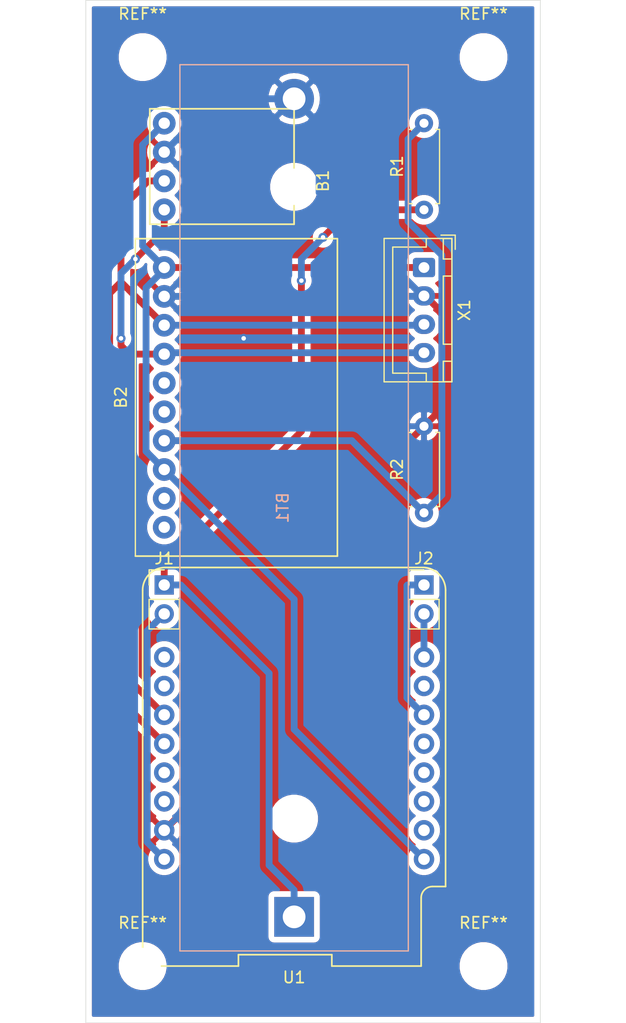
<source format=kicad_pcb>
(kicad_pcb (version 20171130) (host pcbnew "(5.1.4)-1")

  (general
    (thickness 1.6)
    (drawings 4)
    (tracks 87)
    (zones 0)
    (modules 13)
    (nets 10)
  )

  (page A4)
  (layers
    (0 F.Cu signal)
    (31 B.Cu signal)
    (32 B.Adhes user)
    (33 F.Adhes user)
    (34 B.Paste user)
    (35 F.Paste user)
    (36 B.SilkS user)
    (37 F.SilkS user)
    (38 B.Mask user)
    (39 F.Mask user)
    (40 Dwgs.User user)
    (41 Cmts.User user)
    (42 Eco1.User user)
    (43 Eco2.User user)
    (44 Edge.Cuts user)
    (45 Margin user)
    (46 B.CrtYd user)
    (47 F.CrtYd user)
    (48 B.Fab user)
    (49 F.Fab user)
  )

  (setup
    (last_trace_width 0.6)
    (trace_clearance 0.3)
    (zone_clearance 0.508)
    (zone_45_only no)
    (trace_min 0.2)
    (via_size 0.8)
    (via_drill 0.4)
    (via_min_size 0.4)
    (via_min_drill 0.3)
    (uvia_size 0.3)
    (uvia_drill 0.1)
    (uvias_allowed no)
    (uvia_min_size 0.2)
    (uvia_min_drill 0.1)
    (edge_width 0.05)
    (segment_width 0.2)
    (pcb_text_width 0.3)
    (pcb_text_size 1.5 1.5)
    (mod_edge_width 0.12)
    (mod_text_size 1 1)
    (mod_text_width 0.15)
    (pad_size 1.524 1.524)
    (pad_drill 0.762)
    (pad_to_mask_clearance 0.051)
    (solder_mask_min_width 0.25)
    (aux_axis_origin 0 0)
    (grid_origin 170.820001 105.93)
    (visible_elements 7FFFFFFF)
    (pcbplotparams
      (layerselection 0x010fc_ffffffff)
      (usegerberextensions false)
      (usegerberattributes false)
      (usegerberadvancedattributes false)
      (creategerberjobfile false)
      (excludeedgelayer true)
      (linewidth 0.100000)
      (plotframeref false)
      (viasonmask false)
      (mode 1)
      (useauxorigin false)
      (hpglpennumber 1)
      (hpglpenspeed 20)
      (hpglpendiameter 15.000000)
      (psnegative false)
      (psa4output false)
      (plotreference true)
      (plotvalue true)
      (plotinvisibletext false)
      (padsonsilk false)
      (subtractmaskfromsilk false)
      (outputformat 1)
      (mirror false)
      (drillshape 1)
      (scaleselection 1)
      (outputdirectory ""))
  )

  (net 0 "")
  (net 1 +3V3)
  (net 2 VCC)
  (net 3 GND)
  (net 4 "Net-(J2-Pad1)")
  (net 5 "Net-(J2-Pad2)")
  (net 6 /SDA)
  (net 7 /SCL)
  (net 8 "Net-(B2-Pad7)")
  (net 9 "Net-(J1-Pad2)")

  (net_class Default "Dies ist die voreingestellte Netzklasse."
    (clearance 0.3)
    (trace_width 0.6)
    (via_dia 0.8)
    (via_drill 0.4)
    (uvia_dia 0.3)
    (uvia_drill 0.1)
    (add_net +3V3)
    (add_net /SCL)
    (add_net /SDA)
    (add_net GND)
    (add_net "Net-(B2-Pad7)")
    (add_net "Net-(J1-Pad2)")
    (add_net "Net-(J2-Pad1)")
    (add_net "Net-(J2-Pad2)")
    (add_net VCC)
  )

  (module MountingHole:MountingHole_3.2mm_M3_DIN965 (layer F.Cu) (tedit 56D1B4CB) (tstamp 5DDB7D58)
    (at 200.820001 105.93)
    (descr "Mounting Hole 3.2mm, no annular, M3, DIN965")
    (tags "mounting hole 3.2mm no annular m3 din965")
    (attr virtual)
    (fp_text reference REF** (at 0 -3.8) (layer F.SilkS)
      (effects (font (size 1 1) (thickness 0.15)))
    )
    (fp_text value MountingHole_3.2mm_M3_DIN965 (at 0 3.8) (layer F.Fab)
      (effects (font (size 1 1) (thickness 0.15)))
    )
    (fp_text user %R (at 0.3 0) (layer F.Fab)
      (effects (font (size 1 1) (thickness 0.15)))
    )
    (fp_circle (center 0 0) (end 2.8 0) (layer Cmts.User) (width 0.15))
    (fp_circle (center 0 0) (end 3.05 0) (layer F.CrtYd) (width 0.05))
    (pad 1 np_thru_hole circle (at 0 0) (size 3.2 3.2) (drill 3.2) (layers *.Cu *.Mask))
  )

  (module MountingHole:MountingHole_3.2mm_M3_DIN965 (layer F.Cu) (tedit 56D1B4CB) (tstamp 5DDB7D58)
    (at 170.820001 105.93)
    (descr "Mounting Hole 3.2mm, no annular, M3, DIN965")
    (tags "mounting hole 3.2mm no annular m3 din965")
    (attr virtual)
    (fp_text reference REF** (at 0 -3.8) (layer F.SilkS)
      (effects (font (size 1 1) (thickness 0.15)))
    )
    (fp_text value MountingHole_3.2mm_M3_DIN965 (at 0 3.8) (layer F.Fab)
      (effects (font (size 1 1) (thickness 0.15)))
    )
    (fp_text user %R (at 0.3 0) (layer F.Fab)
      (effects (font (size 1 1) (thickness 0.15)))
    )
    (fp_circle (center 0 0) (end 2.8 0) (layer Cmts.User) (width 0.15))
    (fp_circle (center 0 0) (end 3.05 0) (layer F.CrtYd) (width 0.05))
    (pad 1 np_thru_hole circle (at 0 0) (size 3.2 3.2) (drill 3.2) (layers *.Cu *.Mask))
  )

  (module MountingHole:MountingHole_3.2mm_M3_DIN965 (layer F.Cu) (tedit 56D1B4CB) (tstamp 5DDB7D58)
    (at 170.820001 25.93)
    (descr "Mounting Hole 3.2mm, no annular, M3, DIN965")
    (tags "mounting hole 3.2mm no annular m3 din965")
    (attr virtual)
    (fp_text reference REF** (at 0 -3.8) (layer F.SilkS)
      (effects (font (size 1 1) (thickness 0.15)))
    )
    (fp_text value MountingHole_3.2mm_M3_DIN965 (at 0 3.8) (layer F.Fab)
      (effects (font (size 1 1) (thickness 0.15)))
    )
    (fp_text user %R (at 0.3 0) (layer F.Fab)
      (effects (font (size 1 1) (thickness 0.15)))
    )
    (fp_circle (center 0 0) (end 2.8 0) (layer Cmts.User) (width 0.15))
    (fp_circle (center 0 0) (end 3.05 0) (layer F.CrtYd) (width 0.05))
    (pad 1 np_thru_hole circle (at 0 0) (size 3.2 3.2) (drill 3.2) (layers *.Cu *.Mask))
  )

  (module MountingHole:MountingHole_3.2mm_M3_DIN965 (layer F.Cu) (tedit 56D1B4CB) (tstamp 5DDB7D29)
    (at 200.820001 25.93)
    (descr "Mounting Hole 3.2mm, no annular, M3, DIN965")
    (tags "mounting hole 3.2mm no annular m3 din965")
    (attr virtual)
    (fp_text reference REF** (at 0 -3.8) (layer F.SilkS)
      (effects (font (size 1 1) (thickness 0.15)))
    )
    (fp_text value MountingHole_3.2mm_M3_DIN965 (at 0 3.8) (layer F.Fab)
      (effects (font (size 1 1) (thickness 0.15)))
    )
    (fp_circle (center 0 0) (end 3.05 0) (layer F.CrtYd) (width 0.05))
    (fp_circle (center 0 0) (end 2.8 0) (layer Cmts.User) (width 0.15))
    (fp_text user %R (at 0.3 0) (layer F.Fab)
      (effects (font (size 1 1) (thickness 0.15)))
    )
    (pad 1 np_thru_hole circle (at 0 0) (size 3.2 3.2) (drill 3.2) (layers *.Cu *.Mask))
  )

  (module Connector_JST:JST_XH_B4B-XH-A_1x04_P2.50mm_Vertical (layer F.Cu) (tedit 5C28146C) (tstamp 5DDB76C1)
    (at 195.58 44.45 270)
    (descr "JST XH series connector, B4B-XH-A (http://www.jst-mfg.com/product/pdf/eng/eXH.pdf), generated with kicad-footprint-generator")
    (tags "connector JST XH vertical")
    (path /5DDAFC9E)
    (fp_text reference X1 (at 3.75 -3.55 90) (layer F.SilkS)
      (effects (font (size 1 1) (thickness 0.15)))
    )
    (fp_text value I2C (at 3.75 4.6 90) (layer F.Fab)
      (effects (font (size 1 1) (thickness 0.15)))
    )
    (fp_text user %R (at 3.75 2.7 90) (layer F.Fab)
      (effects (font (size 1 1) (thickness 0.15)))
    )
    (fp_line (start -2.85 -2.75) (end -2.85 -1.5) (layer F.SilkS) (width 0.12))
    (fp_line (start -1.6 -2.75) (end -2.85 -2.75) (layer F.SilkS) (width 0.12))
    (fp_line (start 9.3 2.75) (end 3.75 2.75) (layer F.SilkS) (width 0.12))
    (fp_line (start 9.3 -0.2) (end 9.3 2.75) (layer F.SilkS) (width 0.12))
    (fp_line (start 10.05 -0.2) (end 9.3 -0.2) (layer F.SilkS) (width 0.12))
    (fp_line (start -1.8 2.75) (end 3.75 2.75) (layer F.SilkS) (width 0.12))
    (fp_line (start -1.8 -0.2) (end -1.8 2.75) (layer F.SilkS) (width 0.12))
    (fp_line (start -2.55 -0.2) (end -1.8 -0.2) (layer F.SilkS) (width 0.12))
    (fp_line (start 10.05 -2.45) (end 8.25 -2.45) (layer F.SilkS) (width 0.12))
    (fp_line (start 10.05 -1.7) (end 10.05 -2.45) (layer F.SilkS) (width 0.12))
    (fp_line (start 8.25 -1.7) (end 10.05 -1.7) (layer F.SilkS) (width 0.12))
    (fp_line (start 8.25 -2.45) (end 8.25 -1.7) (layer F.SilkS) (width 0.12))
    (fp_line (start -0.75 -2.45) (end -2.55 -2.45) (layer F.SilkS) (width 0.12))
    (fp_line (start -0.75 -1.7) (end -0.75 -2.45) (layer F.SilkS) (width 0.12))
    (fp_line (start -2.55 -1.7) (end -0.75 -1.7) (layer F.SilkS) (width 0.12))
    (fp_line (start -2.55 -2.45) (end -2.55 -1.7) (layer F.SilkS) (width 0.12))
    (fp_line (start 6.75 -2.45) (end 0.75 -2.45) (layer F.SilkS) (width 0.12))
    (fp_line (start 6.75 -1.7) (end 6.75 -2.45) (layer F.SilkS) (width 0.12))
    (fp_line (start 0.75 -1.7) (end 6.75 -1.7) (layer F.SilkS) (width 0.12))
    (fp_line (start 0.75 -2.45) (end 0.75 -1.7) (layer F.SilkS) (width 0.12))
    (fp_line (start 0 -1.35) (end 0.625 -2.35) (layer F.Fab) (width 0.1))
    (fp_line (start -0.625 -2.35) (end 0 -1.35) (layer F.Fab) (width 0.1))
    (fp_line (start 10.45 -2.85) (end -2.95 -2.85) (layer F.CrtYd) (width 0.05))
    (fp_line (start 10.45 3.9) (end 10.45 -2.85) (layer F.CrtYd) (width 0.05))
    (fp_line (start -2.95 3.9) (end 10.45 3.9) (layer F.CrtYd) (width 0.05))
    (fp_line (start -2.95 -2.85) (end -2.95 3.9) (layer F.CrtYd) (width 0.05))
    (fp_line (start 10.06 -2.46) (end -2.56 -2.46) (layer F.SilkS) (width 0.12))
    (fp_line (start 10.06 3.51) (end 10.06 -2.46) (layer F.SilkS) (width 0.12))
    (fp_line (start -2.56 3.51) (end 10.06 3.51) (layer F.SilkS) (width 0.12))
    (fp_line (start -2.56 -2.46) (end -2.56 3.51) (layer F.SilkS) (width 0.12))
    (fp_line (start 9.95 -2.35) (end -2.45 -2.35) (layer F.Fab) (width 0.1))
    (fp_line (start 9.95 3.4) (end 9.95 -2.35) (layer F.Fab) (width 0.1))
    (fp_line (start -2.45 3.4) (end 9.95 3.4) (layer F.Fab) (width 0.1))
    (fp_line (start -2.45 -2.35) (end -2.45 3.4) (layer F.Fab) (width 0.1))
    (pad 4 thru_hole oval (at 7.5 0 270) (size 1.7 1.95) (drill 0.95) (layers *.Cu *.Mask)
      (net 7 /SCL))
    (pad 3 thru_hole oval (at 5 0 270) (size 1.7 1.95) (drill 0.95) (layers *.Cu *.Mask)
      (net 6 /SDA))
    (pad 2 thru_hole oval (at 2.5 0 270) (size 1.7 1.95) (drill 0.95) (layers *.Cu *.Mask)
      (net 3 GND))
    (pad 1 thru_hole roundrect (at 0 0 270) (size 1.7 1.95) (drill 0.95) (layers *.Cu *.Mask) (roundrect_rratio 0.147059)
      (net 1 +3V3))
    (model ${KISYS3DMOD}/Connector_JST.3dshapes/JST_XH_B4B-XH-A_1x04_P2.50mm_Vertical.wrl
      (at (xyz 0 0 0))
      (scale (xyz 1 1 1))
      (rotate (xyz 0 0 0))
    )
  )

  (module Controller:wemos-d1-mini (layer F.Cu) (tedit 5DDAAE39) (tstamp 5DDB7696)
    (at 184.15 88.9 90)
    (path /5DDA4B89)
    (fp_text reference U1 (at -18.03 0 180) (layer F.SilkS)
      (effects (font (size 1 1) (thickness 0.15)))
    )
    (fp_text value WeMos_mini (at 1.27 0 270) (layer F.Fab)
      (effects (font (size 1 1) (thickness 0.15)))
    )
    (fp_arc (start -11.21 12.33) (end -10.21 12.33) (angle -90) (layer F.CrtYd) (width 0.05))
    (fp_line (start -17.19 11.33) (end -11.21 11.33) (layer F.CrtYd) (width 0.05))
    (fp_line (start -10.21 13.5) (end -10.21 12.33) (layer F.CrtYd) (width 0.05))
    (fp_line (start -10.03 13.33) (end -10.03 13.33) (layer F.SilkS) (width 0.15))
    (fp_line (start -10.03 12.17) (end -10.03 13.33) (layer F.SilkS) (width 0.15))
    (fp_arc (start -11.03 12.18) (end -10.03 12.18) (angle -90) (layer F.SilkS) (width 0.15))
    (fp_line (start -17.03 11.18) (end -11.03 11.18) (layer F.SilkS) (width 0.15))
    (fp_arc (start 16.21 11.5) (end 16.12 13.5) (angle -92.57657183) (layer F.CrtYd) (width 0.05))
    (fp_arc (start 16.21 -11.5) (end 18.21 -11.5) (angle -90) (layer F.CrtYd) (width 0.05))
    (fp_arc (start 16.05 -11.33) (end 18.05 -11.33) (angle -90) (layer F.SilkS) (width 0.15))
    (fp_arc (start 16.05 11.33) (end 16.05 13.33) (angle -90) (layer F.SilkS) (width 0.15))
    (fp_line (start -17.19 -13.5) (end -17.19 11.33) (layer F.CrtYd) (width 0.05))
    (fp_line (start 16.21 -13.5) (end -17.19 -13.5) (layer F.CrtYd) (width 0.05))
    (fp_line (start 18.21 11.5) (end 18.21 -11.5) (layer F.CrtYd) (width 0.05))
    (fp_line (start -10.21 13.5) (end 16.12 13.5) (layer F.CrtYd) (width 0.05))
    (fp_line (start -17.03 -4.9) (end -17.03 -13.329999) (layer F.SilkS) (width 0.15))
    (fp_line (start -16.03 -4.9) (end -17.03 -4.9) (layer F.SilkS) (width 0.15))
    (fp_line (start -16.03 3.32) (end -16.03 -4.9) (layer F.SilkS) (width 0.15))
    (fp_line (start -17.03 3.32) (end -16.03 3.32) (layer F.SilkS) (width 0.15))
    (fp_line (start -17.03 11.18) (end -17.03 3.32) (layer F.SilkS) (width 0.15))
    (fp_line (start 16.05 13.33) (end -10.03 13.33) (layer F.SilkS) (width 0.15))
    (fp_line (start 18.05 -11.33) (end 18.05 11.33) (layer F.SilkS) (width 0.15))
    (fp_line (start -17.03 -13.33) (end 16.05 -13.33) (layer F.SilkS) (width 0.15))
    (pad 8 thru_hole circle (at 10.16 -11.43 270) (size 1.8 1.8) (drill 1.016) (layers *.Cu *.Mask))
    (pad 9 thru_hole circle (at 10.16 11.43 270) (size 1.8 1.8) (drill 1.016) (layers *.Cu *.Mask)
      (net 5 "Net-(J2-Pad2)"))
    (pad 7 thru_hole circle (at 7.62 -11.43 270) (size 1.8 1.8) (drill 1.016) (layers *.Cu *.Mask))
    (pad 10 thru_hole circle (at 7.62 11.43 270) (size 1.8 1.8) (drill 1.016) (layers *.Cu *.Mask))
    (pad 6 thru_hole circle (at 5.08 -11.43 270) (size 1.8 1.8) (drill 1.016) (layers *.Cu *.Mask)
      (net 7 /SCL))
    (pad 11 thru_hole circle (at 5.08 11.43 270) (size 1.8 1.8) (drill 1.016) (layers *.Cu *.Mask)
      (net 4 "Net-(J2-Pad1)"))
    (pad 5 thru_hole circle (at 2.54 -11.43 270) (size 1.8 1.8) (drill 1.016) (layers *.Cu *.Mask)
      (net 6 /SDA))
    (pad 12 thru_hole circle (at 2.54 11.43 270) (size 1.8 1.8) (drill 1.016) (layers *.Cu *.Mask))
    (pad 4 thru_hole circle (at 0 -11.43 270) (size 1.8 1.8) (drill 1.016) (layers *.Cu *.Mask))
    (pad 13 thru_hole circle (at 0 11.43 270) (size 1.8 1.8) (drill 1.016) (layers *.Cu *.Mask))
    (pad 3 thru_hole circle (at -2.54 -11.43 270) (size 1.8 1.8) (drill 1.016) (layers *.Cu *.Mask))
    (pad 14 thru_hole circle (at -2.54 11.43 270) (size 1.8 1.8) (drill 1.016) (layers *.Cu *.Mask))
    (pad 2 thru_hole circle (at -5.08 -11.43 270) (size 1.8 1.8) (drill 1.016) (layers *.Cu *.Mask)
      (net 3 GND))
    (pad 15 thru_hole circle (at -5.08 11.43 270) (size 1.8 1.8) (drill 1.016) (layers *.Cu *.Mask))
    (pad 1 thru_hole circle (at -7.62 -11.43 270) (size 1.8 1.8) (drill 1.016) (layers *.Cu *.Mask)
      (net 9 "Net-(J1-Pad2)"))
    (pad 16 thru_hole circle (at -7.62 11.43 270) (size 1.8 1.8) (drill 1.016) (layers *.Cu *.Mask)
      (net 1 +3V3))
    (model ${PINGOLIB}/3Dmodelle/Controller/d1_mini_shield.wrl
      (offset (xyz -17 13 10))
      (scale (xyz 0.3937 0.3937 0.3937))
      (rotate (xyz 0 0 90))
    )
    (model ${KISYS3DMOD}/Connector_PinHeader_2.54mm.3dshapes/PinHeader_1x08_P2.54mm_Vertical.step
      (offset (xyz 10 11.5 10))
      (scale (xyz 1 1 1))
      (rotate (xyz 0 180 90))
    )
    (model ${KISYS3DMOD}/Connector_PinHeader_2.54mm.3dshapes/PinHeader_1x08_P2.54mm_Vertical.step
      (offset (xyz 10 -11.5 10))
      (scale (xyz 1 1 1))
      (rotate (xyz 0 180 90))
    )
    (model ${KISYS3DMOD}/Connector_PinSocket_2.54mm.3dshapes/PinSocket_1x08_P2.54mm_Vertical.step
      (offset (xyz 10 -11.5 0))
      (scale (xyz 1 1 1))
      (rotate (xyz 0 0 90))
    )
    (model ${KISYS3DMOD}/Connector_PinSocket_2.54mm.3dshapes/PinSocket_1x08_P2.54mm_Vertical.step
      (offset (xyz 10 11.5 0))
      (scale (xyz 1 1 1))
      (rotate (xyz 0 0 90))
    )
  )

  (module Resistor_THT:R_Axial_DIN0207_L6.3mm_D2.5mm_P7.62mm_Horizontal (layer F.Cu) (tedit 5AE5139B) (tstamp 5DDB766B)
    (at 195.58 66.04 90)
    (descr "Resistor, Axial_DIN0207 series, Axial, Horizontal, pin pitch=7.62mm, 0.25W = 1/4W, length*diameter=6.3*2.5mm^2, http://cdn-reichelt.de/documents/datenblatt/B400/1_4W%23YAG.pdf")
    (tags "Resistor Axial_DIN0207 series Axial Horizontal pin pitch 7.62mm 0.25W = 1/4W length 6.3mm diameter 2.5mm")
    (path /5DDAF58D)
    (fp_text reference R2 (at 3.81 -2.37 90) (layer F.SilkS)
      (effects (font (size 1 1) (thickness 0.15)))
    )
    (fp_text value 330K (at 3.81 2.37 90) (layer F.Fab)
      (effects (font (size 1 1) (thickness 0.15)))
    )
    (fp_text user %R (at 3.81 0 90) (layer F.Fab)
      (effects (font (size 1 1) (thickness 0.15)))
    )
    (fp_line (start 8.67 -1.5) (end -1.05 -1.5) (layer F.CrtYd) (width 0.05))
    (fp_line (start 8.67 1.5) (end 8.67 -1.5) (layer F.CrtYd) (width 0.05))
    (fp_line (start -1.05 1.5) (end 8.67 1.5) (layer F.CrtYd) (width 0.05))
    (fp_line (start -1.05 -1.5) (end -1.05 1.5) (layer F.CrtYd) (width 0.05))
    (fp_line (start 7.08 1.37) (end 7.08 1.04) (layer F.SilkS) (width 0.12))
    (fp_line (start 0.54 1.37) (end 7.08 1.37) (layer F.SilkS) (width 0.12))
    (fp_line (start 0.54 1.04) (end 0.54 1.37) (layer F.SilkS) (width 0.12))
    (fp_line (start 7.08 -1.37) (end 7.08 -1.04) (layer F.SilkS) (width 0.12))
    (fp_line (start 0.54 -1.37) (end 7.08 -1.37) (layer F.SilkS) (width 0.12))
    (fp_line (start 0.54 -1.04) (end 0.54 -1.37) (layer F.SilkS) (width 0.12))
    (fp_line (start 7.62 0) (end 6.96 0) (layer F.Fab) (width 0.1))
    (fp_line (start 0 0) (end 0.66 0) (layer F.Fab) (width 0.1))
    (fp_line (start 6.96 -1.25) (end 0.66 -1.25) (layer F.Fab) (width 0.1))
    (fp_line (start 6.96 1.25) (end 6.96 -1.25) (layer F.Fab) (width 0.1))
    (fp_line (start 0.66 1.25) (end 6.96 1.25) (layer F.Fab) (width 0.1))
    (fp_line (start 0.66 -1.25) (end 0.66 1.25) (layer F.Fab) (width 0.1))
    (pad 2 thru_hole oval (at 7.62 0 90) (size 1.6 1.6) (drill 0.8) (layers *.Cu *.Mask)
      (net 3 GND))
    (pad 1 thru_hole circle (at 0 0 90) (size 1.6 1.6) (drill 0.8) (layers *.Cu *.Mask)
      (net 8 "Net-(B2-Pad7)"))
    (model ${KISYS3DMOD}/Resistor_THT.3dshapes/R_Axial_DIN0207_L6.3mm_D2.5mm_P7.62mm_Horizontal.wrl
      (at (xyz 0 0 0))
      (scale (xyz 1 1 1))
      (rotate (xyz 0 0 0))
    )
  )

  (module Resistor_THT:R_Axial_DIN0207_L6.3mm_D2.5mm_P7.62mm_Horizontal (layer F.Cu) (tedit 5AE5139B) (tstamp 5DDB7654)
    (at 195.58 39.37 90)
    (descr "Resistor, Axial_DIN0207 series, Axial, Horizontal, pin pitch=7.62mm, 0.25W = 1/4W, length*diameter=6.3*2.5mm^2, http://cdn-reichelt.de/documents/datenblatt/B400/1_4W%23YAG.pdf")
    (tags "Resistor Axial_DIN0207 series Axial Horizontal pin pitch 7.62mm 0.25W = 1/4W length 6.3mm diameter 2.5mm")
    (path /5DDB0291)
    (fp_text reference R1 (at 3.81 -2.37 90) (layer F.SilkS)
      (effects (font (size 1 1) (thickness 0.15)))
    )
    (fp_text value 180K (at 3.81 2.37 90) (layer F.Fab)
      (effects (font (size 1 1) (thickness 0.15)))
    )
    (fp_text user %R (at 3.81 0 90) (layer F.Fab)
      (effects (font (size 1 1) (thickness 0.15)))
    )
    (fp_line (start 8.67 -1.5) (end -1.05 -1.5) (layer F.CrtYd) (width 0.05))
    (fp_line (start 8.67 1.5) (end 8.67 -1.5) (layer F.CrtYd) (width 0.05))
    (fp_line (start -1.05 1.5) (end 8.67 1.5) (layer F.CrtYd) (width 0.05))
    (fp_line (start -1.05 -1.5) (end -1.05 1.5) (layer F.CrtYd) (width 0.05))
    (fp_line (start 7.08 1.37) (end 7.08 1.04) (layer F.SilkS) (width 0.12))
    (fp_line (start 0.54 1.37) (end 7.08 1.37) (layer F.SilkS) (width 0.12))
    (fp_line (start 0.54 1.04) (end 0.54 1.37) (layer F.SilkS) (width 0.12))
    (fp_line (start 7.08 -1.37) (end 7.08 -1.04) (layer F.SilkS) (width 0.12))
    (fp_line (start 0.54 -1.37) (end 7.08 -1.37) (layer F.SilkS) (width 0.12))
    (fp_line (start 0.54 -1.04) (end 0.54 -1.37) (layer F.SilkS) (width 0.12))
    (fp_line (start 7.62 0) (end 6.96 0) (layer F.Fab) (width 0.1))
    (fp_line (start 0 0) (end 0.66 0) (layer F.Fab) (width 0.1))
    (fp_line (start 6.96 -1.25) (end 0.66 -1.25) (layer F.Fab) (width 0.1))
    (fp_line (start 6.96 1.25) (end 6.96 -1.25) (layer F.Fab) (width 0.1))
    (fp_line (start 0.66 1.25) (end 6.96 1.25) (layer F.Fab) (width 0.1))
    (fp_line (start 0.66 -1.25) (end 0.66 1.25) (layer F.Fab) (width 0.1))
    (pad 2 thru_hole oval (at 7.62 0 90) (size 1.6 1.6) (drill 0.8) (layers *.Cu *.Mask)
      (net 8 "Net-(B2-Pad7)"))
    (pad 1 thru_hole circle (at 0 0 90) (size 1.6 1.6) (drill 0.8) (layers *.Cu *.Mask)
      (net 2 VCC))
    (model ${KISYS3DMOD}/Resistor_THT.3dshapes/R_Axial_DIN0207_L6.3mm_D2.5mm_P7.62mm_Horizontal.wrl
      (at (xyz 0 0 0))
      (scale (xyz 1 1 1))
      (rotate (xyz 0 0 0))
    )
  )

  (module Connector_PinHeader_2.54mm:PinHeader_1x02_P2.54mm_Vertical (layer F.Cu) (tedit 59FED5CC) (tstamp 5DDB763D)
    (at 195.58 72.39)
    (descr "Through hole straight pin header, 1x02, 2.54mm pitch, single row")
    (tags "Through hole pin header THT 1x02 2.54mm single row")
    (path /5DDA8A93)
    (fp_text reference J2 (at 0 -2.33) (layer F.SilkS)
      (effects (font (size 1 1) (thickness 0.15)))
    )
    (fp_text value DeepSleep (at 0 4.87) (layer F.Fab)
      (effects (font (size 1 1) (thickness 0.15)))
    )
    (fp_text user %R (at 0 1.27 90) (layer F.Fab)
      (effects (font (size 1 1) (thickness 0.15)))
    )
    (fp_line (start 1.8 -1.8) (end -1.8 -1.8) (layer F.CrtYd) (width 0.05))
    (fp_line (start 1.8 4.35) (end 1.8 -1.8) (layer F.CrtYd) (width 0.05))
    (fp_line (start -1.8 4.35) (end 1.8 4.35) (layer F.CrtYd) (width 0.05))
    (fp_line (start -1.8 -1.8) (end -1.8 4.35) (layer F.CrtYd) (width 0.05))
    (fp_line (start -1.33 -1.33) (end 0 -1.33) (layer F.SilkS) (width 0.12))
    (fp_line (start -1.33 0) (end -1.33 -1.33) (layer F.SilkS) (width 0.12))
    (fp_line (start -1.33 1.27) (end 1.33 1.27) (layer F.SilkS) (width 0.12))
    (fp_line (start 1.33 1.27) (end 1.33 3.87) (layer F.SilkS) (width 0.12))
    (fp_line (start -1.33 1.27) (end -1.33 3.87) (layer F.SilkS) (width 0.12))
    (fp_line (start -1.33 3.87) (end 1.33 3.87) (layer F.SilkS) (width 0.12))
    (fp_line (start -1.27 -0.635) (end -0.635 -1.27) (layer F.Fab) (width 0.1))
    (fp_line (start -1.27 3.81) (end -1.27 -0.635) (layer F.Fab) (width 0.1))
    (fp_line (start 1.27 3.81) (end -1.27 3.81) (layer F.Fab) (width 0.1))
    (fp_line (start 1.27 -1.27) (end 1.27 3.81) (layer F.Fab) (width 0.1))
    (fp_line (start -0.635 -1.27) (end 1.27 -1.27) (layer F.Fab) (width 0.1))
    (pad 2 thru_hole oval (at 0 2.54) (size 1.7 1.7) (drill 1) (layers *.Cu *.Mask)
      (net 5 "Net-(J2-Pad2)"))
    (pad 1 thru_hole rect (at 0 0) (size 1.7 1.7) (drill 1) (layers *.Cu *.Mask)
      (net 4 "Net-(J2-Pad1)"))
    (model ${KISYS3DMOD}/Connector_PinHeader_2.54mm.3dshapes/PinHeader_1x02_P2.54mm_Vertical.wrl
      (at (xyz 0 0 0))
      (scale (xyz 1 1 1))
      (rotate (xyz 0 0 0))
    )
  )

  (module Connector_PinHeader_2.54mm:PinHeader_1x02_P2.54mm_Vertical (layer F.Cu) (tedit 59FED5CC) (tstamp 5DDB7627)
    (at 172.72 72.39)
    (descr "Through hole straight pin header, 1x02, 2.54mm pitch, single row")
    (tags "Through hole pin header THT 1x02 2.54mm single row")
    (path /5DDB815E)
    (fp_text reference J1 (at 0 -2.33) (layer F.SilkS)
      (effects (font (size 1 1) (thickness 0.15)))
    )
    (fp_text value VCC (at 0 4.87) (layer F.Fab)
      (effects (font (size 1 1) (thickness 0.15)))
    )
    (fp_text user %R (at 0 1.27 90) (layer F.Fab)
      (effects (font (size 1 1) (thickness 0.15)))
    )
    (fp_line (start 1.8 -1.8) (end -1.8 -1.8) (layer F.CrtYd) (width 0.05))
    (fp_line (start 1.8 4.35) (end 1.8 -1.8) (layer F.CrtYd) (width 0.05))
    (fp_line (start -1.8 4.35) (end 1.8 4.35) (layer F.CrtYd) (width 0.05))
    (fp_line (start -1.8 -1.8) (end -1.8 4.35) (layer F.CrtYd) (width 0.05))
    (fp_line (start -1.33 -1.33) (end 0 -1.33) (layer F.SilkS) (width 0.12))
    (fp_line (start -1.33 0) (end -1.33 -1.33) (layer F.SilkS) (width 0.12))
    (fp_line (start -1.33 1.27) (end 1.33 1.27) (layer F.SilkS) (width 0.12))
    (fp_line (start 1.33 1.27) (end 1.33 3.87) (layer F.SilkS) (width 0.12))
    (fp_line (start -1.33 1.27) (end -1.33 3.87) (layer F.SilkS) (width 0.12))
    (fp_line (start -1.33 3.87) (end 1.33 3.87) (layer F.SilkS) (width 0.12))
    (fp_line (start -1.27 -0.635) (end -0.635 -1.27) (layer F.Fab) (width 0.1))
    (fp_line (start -1.27 3.81) (end -1.27 -0.635) (layer F.Fab) (width 0.1))
    (fp_line (start 1.27 3.81) (end -1.27 3.81) (layer F.Fab) (width 0.1))
    (fp_line (start 1.27 -1.27) (end 1.27 3.81) (layer F.Fab) (width 0.1))
    (fp_line (start -0.635 -1.27) (end 1.27 -1.27) (layer F.Fab) (width 0.1))
    (pad 2 thru_hole oval (at 0 2.54) (size 1.7 1.7) (drill 1) (layers *.Cu *.Mask)
      (net 9 "Net-(J1-Pad2)"))
    (pad 1 thru_hole rect (at 0 0) (size 1.7 1.7) (drill 1) (layers *.Cu *.Mask)
      (net 2 VCC))
    (model ${KISYS3DMOD}/Connector_PinHeader_2.54mm.3dshapes/PinHeader_1x02_P2.54mm_Vertical.wrl
      (at (xyz 0 0 0))
      (scale (xyz 1 1 1))
      (rotate (xyz 0 0 0))
    )
  )

  (module Battery:BatteryHolder_MPD_BH-18650-PC2 (layer B.Cu) (tedit 5C1007C1) (tstamp 5DDB7611)
    (at 184.15 101.6 90)
    (descr "18650 Battery Holder (http://www.memoryprotectiondevices.com/datasheets/BK-18650-PC2-datasheet.pdf)")
    (tags "18650 Battery Holder")
    (path /5DDAE52A)
    (fp_text reference BT1 (at 36 -1 90) (layer B.SilkS)
      (effects (font (size 1 1) (thickness 0.15)) (justify mirror))
    )
    (fp_text value Battery (at 36 0.8 90) (layer B.Fab)
      (effects (font (size 1 1) (thickness 0.15)) (justify mirror))
    )
    (fp_text user %R (at 36 2.4 90) (layer B.Fab)
      (effects (font (size 1 1) (thickness 0.15)) (justify mirror))
    )
    (fp_line (start -3.2 10.25) (end 75.2 10.25) (layer B.CrtYd) (width 0.05))
    (fp_line (start 75.2 10.25) (end 75.2 -10.25) (layer B.CrtYd) (width 0.05))
    (fp_line (start 75.2 -10.25) (end -3.2 -10.25) (layer B.CrtYd) (width 0.05))
    (fp_line (start -3.2 -10.25) (end -3.2 10.25) (layer B.CrtYd) (width 0.05))
    (fp_line (start -2.8 9.85) (end 74.8 9.85) (layer B.Fab) (width 0.1))
    (fp_line (start 74.8 9.85) (end 74.8 -9.85) (layer B.Fab) (width 0.1))
    (fp_line (start 74.8 -9.85) (end -2.8 -9.85) (layer B.Fab) (width 0.1))
    (fp_line (start -2.8 -9.85) (end -2.8 9.85) (layer B.Fab) (width 0.1))
    (fp_line (start -3 10.05) (end 75 10.05) (layer B.SilkS) (width 0.12))
    (fp_line (start 75 10.05) (end 75 -10.05) (layer B.SilkS) (width 0.12))
    (fp_line (start 75 -10.05) (end -3 -10.05) (layer B.SilkS) (width 0.12))
    (fp_line (start -3 -10.05) (end -3 10.05) (layer B.SilkS) (width 0.12))
    (pad "" np_thru_hole circle (at 64.255 0 90) (size 3.2 3.2) (drill 3.2) (layers *.Cu *.Mask))
    (pad "" np_thru_hole circle (at 8.645 0 90) (size 3.2 3.2) (drill 3.2) (layers *.Cu *.Mask))
    (pad 1 thru_hole rect (at 0 0 90) (size 3.5 3.5) (drill 2) (layers *.Cu *.Mask)
      (net 2 VCC))
    (pad 2 thru_hole circle (at 72 0 90) (size 3.5 3.5) (drill 2) (layers *.Cu *.Mask)
      (net 3 GND))
    (model ${KISYS3DMOD}/Battery.3dshapes/BatteryHolder_MPD_BH-18650-PC2.wrl
      (at (xyz 0 0 0))
      (scale (xyz 1 1 1))
      (rotate (xyz 0 0 0))
    )
  )

  (module Sensoren:ADS1115 (layer F.Cu) (tedit 5DDA6A05) (tstamp 5DDB75FC)
    (at 172.72 55.88 270)
    (path /5DDAB635)
    (fp_text reference B2 (at 0 3.81 90) (layer F.SilkS)
      (effects (font (size 1 1) (thickness 0.15)))
    )
    (fp_text value ADS1115 (at 0 -2.5 90) (layer F.Fab)
      (effects (font (size 1 1) (thickness 0.15)))
    )
    (fp_line (start -13.97 -15.24) (end -13.97 2.54) (layer F.SilkS) (width 0.15))
    (fp_line (start 13.97 2.54) (end 13.97 -15.24) (layer F.SilkS) (width 0.15))
    (fp_line (start 13.97 -15.24) (end -13.97 -15.24) (layer F.SilkS) (width 0.15))
    (fp_line (start -13.97 2.54) (end 13.97 2.54) (layer F.SilkS) (width 0.12))
    (pad 10 thru_hole circle (at 11.43 0 270) (size 2 2) (drill 1) (layers *.Cu *.Mask))
    (pad 9 thru_hole circle (at 8.89 0 270) (size 2 2) (drill 1) (layers *.Cu *.Mask))
    (pad 8 thru_hole circle (at 6.35 0 270) (size 2 2) (drill 1) (layers *.Cu *.Mask)
      (net 1 +3V3))
    (pad 7 thru_hole circle (at 3.81 0 270) (size 2 2) (drill 1) (layers *.Cu *.Mask)
      (net 8 "Net-(B2-Pad7)"))
    (pad 6 thru_hole circle (at 1.27 0 270) (size 2 2) (drill 1) (layers *.Cu *.Mask))
    (pad 5 thru_hole circle (at -1.27 0 270) (size 2 2) (drill 1) (layers *.Cu *.Mask))
    (pad 4 thru_hole circle (at -3.81 0 270) (size 2 2) (drill 1) (layers *.Cu *.Mask)
      (net 7 /SCL))
    (pad 3 thru_hole circle (at -6.35 0 270) (size 2 2) (drill 1) (layers *.Cu *.Mask)
      (net 6 /SDA))
    (pad 2 thru_hole circle (at -8.89 0 270) (size 2 2) (drill 1) (layers *.Cu *.Mask)
      (net 3 GND))
    (pad 1 thru_hole circle (at -11.43 0 270) (size 2 2) (drill 1) (layers *.Cu *.Mask)
      (net 1 +3V3))
    (model ${PINGOLIB}/3Dmodelle/Sensoren/ADS1115.step
      (offset (xyz 0 6.5 10.5))
      (scale (xyz 1 1 1))
      (rotate (xyz 0 0 0))
    )
    (model ${KISYS3DMOD}/Connector_PinSocket_2.54mm.3dshapes/PinSocket_1x10_P2.54mm_Vertical.step
      (offset (xyz 11.5 0 0))
      (scale (xyz 1 1 1))
      (rotate (xyz 0 0 90))
    )
    (model ${KISYS3DMOD}/Connector_PinHeader_2.54mm.3dshapes/PinHeader_1x10_P2.54mm_Vertical.step
      (offset (xyz 11.5 0 10))
      (scale (xyz 1 1 1))
      (rotate (xyz 0 180 90))
    )
  )

  (module Sensoren:BME280_I2C (layer F.Cu) (tedit 5DDAAF24) (tstamp 5DDB75EA)
    (at 182.88 36.83 270)
    (path /5DDA9498)
    (fp_text reference B1 (at 0 -3.81 90) (layer F.SilkS)
      (effects (font (size 1 1) (thickness 0.15)))
    )
    (fp_text value BME28_I2C (at 0 -2.54 90) (layer F.Fab)
      (effects (font (size 1 1) (thickness 0.15)))
    )
    (fp_line (start -6.35 -1.27) (end -6.35 11.43) (layer F.SilkS) (width 0.15))
    (fp_line (start 3.81 -1.27) (end -6.35 -1.27) (layer F.SilkS) (width 0.15))
    (fp_line (start 3.81 11.43) (end 3.81 -1.27) (layer F.SilkS) (width 0.15))
    (fp_line (start -6.35 11.43) (end 3.81 11.43) (layer F.SilkS) (width 0.15))
    (fp_line (start 3.81 -1.27) (end -6.35 -1.27) (layer F.SilkS) (width 0.15))
    (pad 4 thru_hole circle (at 2.54 10.16 270) (size 2 2) (drill 1) (layers *.Cu *.Mask)
      (net 7 /SCL))
    (pad 3 thru_hole circle (at 0 10.16 270) (size 2 2) (drill 1) (layers *.Cu *.Mask)
      (net 6 /SDA))
    (pad 2 thru_hole circle (at -2.54 10.16 270) (size 2 2) (drill 1) (layers *.Cu *.Mask)
      (net 3 GND))
    (pad 1 thru_hole circle (at -5.08 10.16 270) (size 2 2) (drill 1) (layers *.Cu *.Mask)
      (net 1 +3V3))
    (model ${PINGOLIB}/3Dmodelle/Sensoren/BME280-I2C.STEP
      (offset (xyz -1.2 -11.6 10))
      (scale (xyz 1 1 1))
      (rotate (xyz 0 0 0))
    )
    (model ${KISYS3DMOD}/Connector_PinSocket_2.54mm.3dshapes/PinSocket_1x04_P2.54mm_Vertical.step
      (offset (xyz 2.5 -10 0))
      (scale (xyz 1 1 1))
      (rotate (xyz 0 0 90))
    )
    (model ${KISYS3DMOD}/Connector_PinHeader_2.54mm.3dshapes/PinHeader_1x04_P2.54mm_Vertical.step
      (offset (xyz 2.5 -10 10))
      (scale (xyz 1 1 1))
      (rotate (xyz 0 180 90))
    )
  )

  (gr_line (start 165.820001 110.93) (end 205.820001 110.93) (layer Edge.Cuts) (width 0.05) (tstamp 5DDB7EF7))
  (gr_line (start 165.820001 20.93) (end 165.820001 110.93) (layer Edge.Cuts) (width 0.05))
  (gr_line (start 205.820001 20.93) (end 165.820001 20.93) (layer Edge.Cuts) (width 0.05))
  (gr_line (start 205.820001 110.93) (end 205.820001 20.93) (layer Edge.Cuts) (width 0.05))

  (segment (start 171.720001 43.450001) (end 172.72 44.45) (width 0.6) (layer B.Cu) (net 1))
  (segment (start 170.820001 42.550001) (end 171.720001 43.450001) (width 0.6) (layer B.Cu) (net 1))
  (segment (start 170.820001 33.649999) (end 170.820001 42.550001) (width 0.6) (layer B.Cu) (net 1))
  (segment (start 172.72 31.75) (end 170.820001 33.649999) (width 0.6) (layer B.Cu) (net 1))
  (segment (start 171.720001 61.230001) (end 172.72 62.23) (width 0.6) (layer B.Cu) (net 1))
  (segment (start 171.119999 60.629999) (end 171.720001 61.230001) (width 0.6) (layer B.Cu) (net 1))
  (segment (start 171.119999 46.221999) (end 171.119999 60.629999) (width 0.6) (layer B.Cu) (net 1))
  (segment (start 172.72 44.621998) (end 171.119999 46.221999) (width 0.6) (layer B.Cu) (net 1))
  (segment (start 172.72 44.45) (end 172.72 44.621998) (width 0.6) (layer B.Cu) (net 1))
  (segment (start 194.505 44.45) (end 172.72 44.45) (width 0.6) (layer F.Cu) (net 1))
  (segment (start 195.58 44.45) (end 194.505 44.45) (width 0.6) (layer F.Cu) (net 1))
  (segment (start 195.58 96.52) (end 184.155001 85.095001) (width 0.6) (layer B.Cu) (net 1))
  (segment (start 184.155001 73.665001) (end 172.72 62.23) (width 0.6) (layer B.Cu) (net 1))
  (segment (start 184.155001 85.095001) (end 184.155001 73.665001) (width 0.6) (layer B.Cu) (net 1))
  (segment (start 184.15 99.25) (end 184.15 101.6) (width 0.6) (layer B.Cu) (net 2))
  (segment (start 181.949999 97.049999) (end 184.15 99.25) (width 0.6) (layer B.Cu) (net 2))
  (segment (start 181.949999 80.169999) (end 181.949999 97.049999) (width 0.6) (layer B.Cu) (net 2))
  (segment (start 174.17 72.39) (end 181.949999 80.169999) (width 0.6) (layer B.Cu) (net 2))
  (segment (start 172.72 72.39) (end 174.17 72.39) (width 0.6) (layer B.Cu) (net 2))
  (via (at 184.790001 45.605) (size 0.8) (drill 0.4) (layers F.Cu B.Cu) (net 2))
  (segment (start 184.790001 58.869999) (end 184.790001 45.605) (width 0.6) (layer F.Cu) (net 2))
  (segment (start 172.72 72.39) (end 172.72 70.94) (width 0.6) (layer F.Cu) (net 2))
  (segment (start 172.72 70.94) (end 184.790001 58.869999) (width 0.6) (layer F.Cu) (net 2))
  (via (at 186.695001 41.795) (size 0.8) (drill 0.4) (layers F.Cu B.Cu) (net 2))
  (segment (start 184.790001 45.605) (end 184.790001 43.7) (width 0.6) (layer B.Cu) (net 2))
  (segment (start 184.790001 43.7) (end 186.695001 41.795) (width 0.6) (layer B.Cu) (net 2))
  (segment (start 189.120001 39.37) (end 195.58 39.37) (width 0.6) (layer F.Cu) (net 2))
  (segment (start 186.695001 41.795) (end 189.120001 39.37) (width 0.6) (layer F.Cu) (net 2))
  (segment (start 185.899999 31.349999) (end 184.15 29.6) (width 0.6) (layer B.Cu) (net 3))
  (segment (start 186.350001 31.800001) (end 185.899999 31.349999) (width 0.6) (layer B.Cu) (net 3))
  (segment (start 186.350001 37.845001) (end 186.350001 31.800001) (width 0.6) (layer B.Cu) (net 3))
  (segment (start 195.455 46.95) (end 186.350001 37.845001) (width 0.6) (layer B.Cu) (net 3))
  (segment (start 195.58 46.95) (end 195.455 46.95) (width 0.6) (layer B.Cu) (net 3))
  (segment (start 177.41 29.6) (end 172.72 34.29) (width 0.6) (layer B.Cu) (net 3))
  (segment (start 184.15 29.6) (end 177.41 29.6) (width 0.6) (layer B.Cu) (net 3))
  (segment (start 195.54 46.99) (end 195.58 46.95) (width 0.6) (layer B.Cu) (net 3))
  (segment (start 172.72 46.99) (end 195.54 46.99) (width 0.6) (layer B.Cu) (net 3))
  (segment (start 195.705 46.95) (end 195.58 46.95) (width 0.6) (layer F.Cu) (net 3))
  (segment (start 197.15501 48.40001) (end 195.705 46.95) (width 0.6) (layer F.Cu) (net 3))
  (segment (start 197.15501 56.84499) (end 197.15501 48.40001) (width 0.6) (layer F.Cu) (net 3))
  (segment (start 195.58 58.42) (end 197.15501 56.84499) (width 0.6) (layer F.Cu) (net 3))
  (segment (start 172.72 93.98) (end 184.155001 82.544999) (width 0.6) (layer F.Cu) (net 3))
  (segment (start 184.155001 69.844999) (end 195.58 58.42) (width 0.6) (layer F.Cu) (net 3))
  (segment (start 184.155001 82.544999) (end 184.155001 69.844999) (width 0.6) (layer F.Cu) (net 3))
  (via (at 179.710001 50.685) (size 0.8) (drill 0.4) (layers F.Cu B.Cu) (net 3))
  (segment (start 194.680001 82.920001) (end 195.58 83.82) (width 0.6) (layer B.Cu) (net 4))
  (segment (start 194.079999 82.319999) (end 194.680001 82.920001) (width 0.6) (layer B.Cu) (net 4))
  (segment (start 194.079999 72.440001) (end 194.079999 82.319999) (width 0.6) (layer B.Cu) (net 4))
  (segment (start 194.13 72.39) (end 194.079999 72.440001) (width 0.6) (layer B.Cu) (net 4))
  (segment (start 195.58 72.39) (end 194.13 72.39) (width 0.6) (layer B.Cu) (net 4))
  (segment (start 195.58 74.93) (end 195.58 78.74) (width 0.6) (layer B.Cu) (net 5))
  (segment (start 195.5 49.53) (end 195.58 49.45) (width 0.6) (layer B.Cu) (net 6))
  (segment (start 172.72 49.53) (end 195.5 49.53) (width 0.6) (layer B.Cu) (net 6))
  (segment (start 171.305787 36.83) (end 170.785787 37.35) (width 0.6) (layer F.Cu) (net 6))
  (segment (start 172.72 36.83) (end 171.305787 36.83) (width 0.6) (layer F.Cu) (net 6))
  (segment (start 170.785787 37.35) (end 170.785787 37.384214) (width 0.6) (layer F.Cu) (net 6))
  (segment (start 170.785787 37.384214) (end 168.915001 39.255) (width 0.6) (layer F.Cu) (net 6))
  (segment (start 168.915001 45.725001) (end 172.72 49.53) (width 0.6) (layer F.Cu) (net 6))
  (segment (start 168.915001 39.255) (end 168.915001 45.725001) (width 0.6) (layer F.Cu) (net 6))
  (segment (start 167.915 46.725002) (end 168.915001 45.725001) (width 0.6) (layer F.Cu) (net 6))
  (segment (start 167.915 81.555) (end 167.915 46.725002) (width 0.6) (layer F.Cu) (net 6))
  (segment (start 172.72 86.36) (end 167.915 81.555) (width 0.6) (layer F.Cu) (net 6))
  (segment (start 172.84 51.95) (end 172.72 52.07) (width 0.6) (layer B.Cu) (net 7))
  (segment (start 195.58 51.95) (end 172.84 51.95) (width 0.6) (layer B.Cu) (net 7))
  (via (at 170.185001 43.7) (size 0.8) (drill 0.4) (layers F.Cu B.Cu) (net 7))
  (segment (start 172.72 39.37) (end 172.72 41.165001) (width 0.6) (layer F.Cu) (net 7))
  (segment (start 172.72 41.165001) (end 170.185001 43.7) (width 0.6) (layer F.Cu) (net 7))
  (via (at 168.915001 50.685) (size 0.8) (drill 0.4) (layers F.Cu B.Cu) (net 7))
  (segment (start 170.185001 43.7) (end 168.915001 44.97) (width 0.6) (layer B.Cu) (net 7))
  (segment (start 168.915001 44.97) (end 168.915001 50.685) (width 0.6) (layer B.Cu) (net 7))
  (segment (start 168.915001 50.685) (end 168.915001 51.32) (width 0.6) (layer F.Cu) (net 7))
  (segment (start 169.665001 52.07) (end 172.72 52.07) (width 0.6) (layer F.Cu) (net 7))
  (segment (start 168.915001 51.32) (end 169.665001 52.07) (width 0.6) (layer F.Cu) (net 7))
  (segment (start 169.665001 80.765001) (end 172.72 83.82) (width 0.6) (layer F.Cu) (net 7))
  (segment (start 169.665001 52.07) (end 169.665001 80.765001) (width 0.6) (layer F.Cu) (net 7))
  (segment (start 196.379999 65.240001) (end 195.58 66.04) (width 0.6) (layer B.Cu) (net 8))
  (segment (start 197.15501 64.46499) (end 196.379999 65.240001) (width 0.6) (layer B.Cu) (net 8))
  (segment (start 197.15501 43.365009) (end 197.15501 64.46499) (width 0.6) (layer B.Cu) (net 8))
  (segment (start 194.179999 40.389998) (end 197.15501 43.365009) (width 0.6) (layer B.Cu) (net 8))
  (segment (start 194.179999 33.150001) (end 194.179999 40.389998) (width 0.6) (layer B.Cu) (net 8))
  (segment (start 195.58 31.75) (end 194.179999 33.150001) (width 0.6) (layer B.Cu) (net 8))
  (segment (start 189.23 59.69) (end 172.72 59.69) (width 0.6) (layer B.Cu) (net 8))
  (segment (start 195.58 66.04) (end 189.23 59.69) (width 0.6) (layer B.Cu) (net 8))
  (segment (start 171.870001 75.779999) (end 172.72 74.93) (width 0.6) (layer B.Cu) (net 9))
  (segment (start 171.219999 76.430001) (end 171.870001 75.779999) (width 0.6) (layer B.Cu) (net 9))
  (segment (start 171.219999 95.019999) (end 171.219999 76.430001) (width 0.6) (layer B.Cu) (net 9))
  (segment (start 172.72 96.52) (end 171.219999 95.019999) (width 0.6) (layer B.Cu) (net 9))

  (zone (net 3) (net_name GND) (layer B.Cu) (tstamp 0) (hatch edge 0.508)
    (connect_pads (clearance 0.508))
    (min_thickness 0.254)
    (fill yes (arc_segments 32) (thermal_gap 0.508) (thermal_bridge_width 0.508))
    (polygon
      (pts
        (xy 165.820001 20.93) (xy 205.820001 20.93) (xy 205.820001 110.93) (xy 165.820001 110.93)
      )
    )
    (filled_polygon
      (pts
        (xy 205.160001 110.27) (xy 166.480001 110.27) (xy 166.480001 105.709872) (xy 168.585001 105.709872) (xy 168.585001 106.150128)
        (xy 168.670891 106.581925) (xy 168.83937 106.988669) (xy 169.083963 107.354729) (xy 169.395272 107.666038) (xy 169.761332 107.910631)
        (xy 170.168076 108.07911) (xy 170.599873 108.165) (xy 171.040129 108.165) (xy 171.471926 108.07911) (xy 171.87867 107.910631)
        (xy 172.24473 107.666038) (xy 172.556039 107.354729) (xy 172.800632 106.988669) (xy 172.969111 106.581925) (xy 173.055001 106.150128)
        (xy 173.055001 105.709872) (xy 198.585001 105.709872) (xy 198.585001 106.150128) (xy 198.670891 106.581925) (xy 198.83937 106.988669)
        (xy 199.083963 107.354729) (xy 199.395272 107.666038) (xy 199.761332 107.910631) (xy 200.168076 108.07911) (xy 200.599873 108.165)
        (xy 201.040129 108.165) (xy 201.471926 108.07911) (xy 201.87867 107.910631) (xy 202.24473 107.666038) (xy 202.556039 107.354729)
        (xy 202.800632 106.988669) (xy 202.969111 106.581925) (xy 203.055001 106.150128) (xy 203.055001 105.709872) (xy 202.969111 105.278075)
        (xy 202.800632 104.871331) (xy 202.556039 104.505271) (xy 202.24473 104.193962) (xy 201.87867 103.949369) (xy 201.471926 103.78089)
        (xy 201.040129 103.695) (xy 200.599873 103.695) (xy 200.168076 103.78089) (xy 199.761332 103.949369) (xy 199.395272 104.193962)
        (xy 199.083963 104.505271) (xy 198.83937 104.871331) (xy 198.670891 105.278075) (xy 198.585001 105.709872) (xy 173.055001 105.709872)
        (xy 172.969111 105.278075) (xy 172.800632 104.871331) (xy 172.556039 104.505271) (xy 172.24473 104.193962) (xy 171.87867 103.949369)
        (xy 171.471926 103.78089) (xy 171.040129 103.695) (xy 170.599873 103.695) (xy 170.168076 103.78089) (xy 169.761332 103.949369)
        (xy 169.395272 104.193962) (xy 169.083963 104.505271) (xy 168.83937 104.871331) (xy 168.670891 105.278075) (xy 168.585001 105.709872)
        (xy 166.480001 105.709872) (xy 166.480001 76.430001) (xy 170.280475 76.430001) (xy 170.285 76.475943) (xy 170.284999 94.974067)
        (xy 170.280475 95.019999) (xy 170.284999 95.06593) (xy 170.298528 95.20329) (xy 170.351992 95.379538) (xy 170.438813 95.54197)
        (xy 170.555655 95.684343) (xy 170.59134 95.713629) (xy 171.195208 96.317497) (xy 171.185 96.368816) (xy 171.185 96.671184)
        (xy 171.243989 96.967743) (xy 171.359701 97.247095) (xy 171.527688 97.498505) (xy 171.741495 97.712312) (xy 171.992905 97.880299)
        (xy 172.272257 97.996011) (xy 172.568816 98.055) (xy 172.871184 98.055) (xy 173.167743 97.996011) (xy 173.447095 97.880299)
        (xy 173.698505 97.712312) (xy 173.912312 97.498505) (xy 174.080299 97.247095) (xy 174.196011 96.967743) (xy 174.255 96.671184)
        (xy 174.255 96.368816) (xy 174.196011 96.072257) (xy 174.080299 95.792905) (xy 173.912312 95.541495) (xy 173.698505 95.327688)
        (xy 173.544895 95.225049) (xy 173.604475 95.04408) (xy 172.72 94.159605) (xy 172.705858 94.173748) (xy 172.526253 93.994143)
        (xy 172.540395 93.98) (xy 172.899605 93.98) (xy 173.78408 94.864475) (xy 174.038261 94.780792) (xy 174.169158 94.508225)
        (xy 174.244365 94.215358) (xy 174.260991 93.913447) (xy 174.218397 93.614093) (xy 174.118222 93.328801) (xy 174.038261 93.179208)
        (xy 173.78408 93.095525) (xy 172.899605 93.98) (xy 172.540395 93.98) (xy 172.526253 93.965858) (xy 172.705858 93.786253)
        (xy 172.72 93.800395) (xy 173.604475 92.91592) (xy 173.544895 92.734951) (xy 173.698505 92.632312) (xy 173.912312 92.418505)
        (xy 174.080299 92.167095) (xy 174.196011 91.887743) (xy 174.255 91.591184) (xy 174.255 91.288816) (xy 174.196011 90.992257)
        (xy 174.080299 90.712905) (xy 173.912312 90.461495) (xy 173.698505 90.247688) (xy 173.582237 90.17) (xy 173.698505 90.092312)
        (xy 173.912312 89.878505) (xy 174.080299 89.627095) (xy 174.196011 89.347743) (xy 174.255 89.051184) (xy 174.255 88.748816)
        (xy 174.196011 88.452257) (xy 174.080299 88.172905) (xy 173.912312 87.921495) (xy 173.698505 87.707688) (xy 173.582237 87.63)
        (xy 173.698505 87.552312) (xy 173.912312 87.338505) (xy 174.080299 87.087095) (xy 174.196011 86.807743) (xy 174.255 86.511184)
        (xy 174.255 86.208816) (xy 174.196011 85.912257) (xy 174.080299 85.632905) (xy 173.912312 85.381495) (xy 173.698505 85.167688)
        (xy 173.582237 85.09) (xy 173.698505 85.012312) (xy 173.912312 84.798505) (xy 174.080299 84.547095) (xy 174.196011 84.267743)
        (xy 174.255 83.971184) (xy 174.255 83.668816) (xy 174.196011 83.372257) (xy 174.080299 83.092905) (xy 173.912312 82.841495)
        (xy 173.698505 82.627688) (xy 173.582237 82.55) (xy 173.698505 82.472312) (xy 173.912312 82.258505) (xy 174.080299 82.007095)
        (xy 174.196011 81.727743) (xy 174.255 81.431184) (xy 174.255 81.128816) (xy 174.196011 80.832257) (xy 174.080299 80.552905)
        (xy 173.912312 80.301495) (xy 173.698505 80.087688) (xy 173.582237 80.01) (xy 173.698505 79.932312) (xy 173.912312 79.718505)
        (xy 174.080299 79.467095) (xy 174.196011 79.187743) (xy 174.255 78.891184) (xy 174.255 78.588816) (xy 174.196011 78.292257)
        (xy 174.080299 78.012905) (xy 173.912312 77.761495) (xy 173.698505 77.547688) (xy 173.447095 77.379701) (xy 173.167743 77.263989)
        (xy 172.871184 77.205) (xy 172.568816 77.205) (xy 172.272257 77.263989) (xy 172.154999 77.312559) (xy 172.154999 76.81729)
        (xy 172.565337 76.406952) (xy 172.64705 76.415) (xy 172.79295 76.415) (xy 173.011111 76.393513) (xy 173.291034 76.308599)
        (xy 173.549014 76.170706) (xy 173.775134 75.985134) (xy 173.960706 75.759014) (xy 174.098599 75.501034) (xy 174.183513 75.221111)
        (xy 174.212185 74.93) (xy 174.183513 74.638889) (xy 174.098599 74.358966) (xy 173.960706 74.100986) (xy 173.775134 73.874866)
        (xy 173.745313 73.850393) (xy 173.81418 73.829502) (xy 173.924494 73.770537) (xy 174.021185 73.691185) (xy 174.078751 73.62104)
        (xy 181.014999 80.557289) (xy 181.015 97.004057) (xy 181.010475 97.049999) (xy 181.028528 97.23329) (xy 181.032716 97.247095)
        (xy 181.081993 97.409539) (xy 181.168814 97.571971) (xy 181.285656 97.714343) (xy 181.321335 97.743624) (xy 182.789638 99.211928)
        (xy 182.4 99.211928) (xy 182.275518 99.224188) (xy 182.15582 99.260498) (xy 182.045506 99.319463) (xy 181.948815 99.398815)
        (xy 181.869463 99.495506) (xy 181.810498 99.60582) (xy 181.774188 99.725518) (xy 181.761928 99.85) (xy 181.761928 103.35)
        (xy 181.774188 103.474482) (xy 181.810498 103.59418) (xy 181.869463 103.704494) (xy 181.948815 103.801185) (xy 182.045506 103.880537)
        (xy 182.15582 103.939502) (xy 182.275518 103.975812) (xy 182.4 103.988072) (xy 185.9 103.988072) (xy 186.024482 103.975812)
        (xy 186.14418 103.939502) (xy 186.254494 103.880537) (xy 186.351185 103.801185) (xy 186.430537 103.704494) (xy 186.489502 103.59418)
        (xy 186.525812 103.474482) (xy 186.538072 103.35) (xy 186.538072 99.85) (xy 186.525812 99.725518) (xy 186.489502 99.60582)
        (xy 186.430537 99.495506) (xy 186.351185 99.398815) (xy 186.254494 99.319463) (xy 186.14418 99.260498) (xy 186.024482 99.224188)
        (xy 185.9 99.211928) (xy 185.085774 99.211928) (xy 185.071471 99.066707) (xy 185.018007 98.890461) (xy 185.018007 98.89046)
        (xy 184.931186 98.728028) (xy 184.814344 98.585656) (xy 184.778666 98.556376) (xy 182.884999 96.66271) (xy 182.884999 94.797765)
        (xy 183.091331 94.935631) (xy 183.498075 95.10411) (xy 183.929872 95.19) (xy 184.370128 95.19) (xy 184.801925 95.10411)
        (xy 185.208669 94.935631) (xy 185.574729 94.691038) (xy 185.886038 94.379729) (xy 186.130631 94.013669) (xy 186.29911 93.606925)
        (xy 186.385 93.175128) (xy 186.385 92.734872) (xy 186.29911 92.303075) (xy 186.130631 91.896331) (xy 185.886038 91.530271)
        (xy 185.574729 91.218962) (xy 185.208669 90.974369) (xy 184.801925 90.80589) (xy 184.370128 90.72) (xy 183.929872 90.72)
        (xy 183.498075 90.80589) (xy 183.091331 90.974369) (xy 182.884999 91.112235) (xy 182.884999 80.21593) (xy 182.889523 80.169998)
        (xy 182.87147 79.986706) (xy 182.818006 79.81046) (xy 182.818006 79.810459) (xy 182.731185 79.648027) (xy 182.614343 79.505655)
        (xy 182.578665 79.476375) (xy 174.86363 71.761341) (xy 174.834344 71.725656) (xy 174.691972 71.608814) (xy 174.52954 71.521993)
        (xy 174.353292 71.468529) (xy 174.215932 71.455) (xy 174.199542 71.453386) (xy 174.195812 71.415518) (xy 174.159502 71.29582)
        (xy 174.100537 71.185506) (xy 174.021185 71.088815) (xy 173.924494 71.009463) (xy 173.81418 70.950498) (xy 173.694482 70.914188)
        (xy 173.57 70.901928) (xy 171.87 70.901928) (xy 171.745518 70.914188) (xy 171.62582 70.950498) (xy 171.515506 71.009463)
        (xy 171.418815 71.088815) (xy 171.339463 71.185506) (xy 171.280498 71.29582) (xy 171.244188 71.415518) (xy 171.231928 71.54)
        (xy 171.231928 73.24) (xy 171.244188 73.364482) (xy 171.280498 73.48418) (xy 171.339463 73.594494) (xy 171.418815 73.691185)
        (xy 171.515506 73.770537) (xy 171.62582 73.829502) (xy 171.694687 73.850393) (xy 171.664866 73.874866) (xy 171.479294 74.100986)
        (xy 171.341401 74.358966) (xy 171.256487 74.638889) (xy 171.227815 74.93) (xy 171.243048 75.084663) (xy 170.591335 75.736376)
        (xy 170.555656 75.765657) (xy 170.438814 75.908029) (xy 170.409277 75.96329) (xy 170.351993 76.070461) (xy 170.298528 76.24671)
        (xy 170.280475 76.430001) (xy 166.480001 76.430001) (xy 166.480001 50.583061) (xy 167.880001 50.583061) (xy 167.880001 50.786939)
        (xy 167.919775 50.986898) (xy 167.997796 51.175256) (xy 168.111064 51.344774) (xy 168.255227 51.488937) (xy 168.424745 51.602205)
        (xy 168.613103 51.680226) (xy 168.813062 51.72) (xy 169.01694 51.72) (xy 169.216899 51.680226) (xy 169.405257 51.602205)
        (xy 169.574775 51.488937) (xy 169.718938 51.344774) (xy 169.832206 51.175256) (xy 169.910227 50.986898) (xy 169.950001 50.786939)
        (xy 169.950001 50.583061) (xy 169.910227 50.383102) (xy 169.850001 50.237705) (xy 169.850001 45.357289) (xy 170.52986 44.677431)
        (xy 170.675257 44.617205) (xy 170.844775 44.503937) (xy 170.988938 44.359774) (xy 171.102206 44.190256) (xy 171.106879 44.178975)
        (xy 171.085 44.288967) (xy 171.085 44.611033) (xy 171.138701 44.881008) (xy 170.49134 45.528369) (xy 170.455655 45.557655)
        (xy 170.338813 45.700028) (xy 170.251992 45.86246) (xy 170.221027 45.964539) (xy 170.198528 46.038708) (xy 170.180475 46.221999)
        (xy 170.184999 46.267931) (xy 170.185 60.584057) (xy 170.180475 60.629999) (xy 170.198528 60.81329) (xy 170.243036 60.960013)
        (xy 170.251993 60.989539) (xy 170.338814 61.151971) (xy 170.455656 61.294343) (xy 170.491336 61.323625) (xy 171.026374 61.858662)
        (xy 171.026378 61.858667) (xy 171.110165 61.942454) (xy 171.085 62.068967) (xy 171.085 62.391033) (xy 171.147832 62.706912)
        (xy 171.271082 63.004463) (xy 171.450013 63.272252) (xy 171.677748 63.499987) (xy 171.677767 63.5) (xy 171.677748 63.500013)
        (xy 171.450013 63.727748) (xy 171.271082 63.995537) (xy 171.147832 64.293088) (xy 171.085 64.608967) (xy 171.085 64.931033)
        (xy 171.147832 65.246912) (xy 171.271082 65.544463) (xy 171.450013 65.812252) (xy 171.677748 66.039987) (xy 171.677767 66.04)
        (xy 171.677748 66.040013) (xy 171.450013 66.267748) (xy 171.271082 66.535537) (xy 171.147832 66.833088) (xy 171.085 67.148967)
        (xy 171.085 67.471033) (xy 171.147832 67.786912) (xy 171.271082 68.084463) (xy 171.450013 68.352252) (xy 171.677748 68.579987)
        (xy 171.945537 68.758918) (xy 172.243088 68.882168) (xy 172.558967 68.945) (xy 172.881033 68.945) (xy 173.196912 68.882168)
        (xy 173.494463 68.758918) (xy 173.762252 68.579987) (xy 173.989987 68.352252) (xy 174.168918 68.084463) (xy 174.292168 67.786912)
        (xy 174.355 67.471033) (xy 174.355 67.148967) (xy 174.292168 66.833088) (xy 174.168918 66.535537) (xy 173.989987 66.267748)
        (xy 173.762252 66.040013) (xy 173.762233 66.04) (xy 173.762252 66.039987) (xy 173.989987 65.812252) (xy 174.168918 65.544463)
        (xy 174.292168 65.246912) (xy 174.312484 65.144774) (xy 183.220002 74.052292) (xy 183.220001 85.049069) (xy 183.215477 85.095001)
        (xy 183.220001 85.140932) (xy 183.23353 85.278292) (xy 183.286994 85.45454) (xy 183.373815 85.616972) (xy 183.490657 85.759345)
        (xy 183.526342 85.788631) (xy 194.055208 96.317497) (xy 194.045 96.368816) (xy 194.045 96.671184) (xy 194.103989 96.967743)
        (xy 194.219701 97.247095) (xy 194.387688 97.498505) (xy 194.601495 97.712312) (xy 194.852905 97.880299) (xy 195.132257 97.996011)
        (xy 195.428816 98.055) (xy 195.731184 98.055) (xy 196.027743 97.996011) (xy 196.307095 97.880299) (xy 196.558505 97.712312)
        (xy 196.772312 97.498505) (xy 196.940299 97.247095) (xy 197.056011 96.967743) (xy 197.115 96.671184) (xy 197.115 96.368816)
        (xy 197.056011 96.072257) (xy 196.940299 95.792905) (xy 196.772312 95.541495) (xy 196.558505 95.327688) (xy 196.442237 95.25)
        (xy 196.558505 95.172312) (xy 196.772312 94.958505) (xy 196.940299 94.707095) (xy 197.056011 94.427743) (xy 197.115 94.131184)
        (xy 197.115 93.828816) (xy 197.056011 93.532257) (xy 196.940299 93.252905) (xy 196.772312 93.001495) (xy 196.558505 92.787688)
        (xy 196.442237 92.71) (xy 196.558505 92.632312) (xy 196.772312 92.418505) (xy 196.940299 92.167095) (xy 197.056011 91.887743)
        (xy 197.115 91.591184) (xy 197.115 91.288816) (xy 197.056011 90.992257) (xy 196.940299 90.712905) (xy 196.772312 90.461495)
        (xy 196.558505 90.247688) (xy 196.442237 90.17) (xy 196.558505 90.092312) (xy 196.772312 89.878505) (xy 196.940299 89.627095)
        (xy 197.056011 89.347743) (xy 197.115 89.051184) (xy 197.115 88.748816) (xy 197.056011 88.452257) (xy 196.940299 88.172905)
        (xy 196.772312 87.921495) (xy 196.558505 87.707688) (xy 196.442237 87.63) (xy 196.558505 87.552312) (xy 196.772312 87.338505)
        (xy 196.940299 87.087095) (xy 197.056011 86.807743) (xy 197.115 86.511184) (xy 197.115 86.208816) (xy 197.056011 85.912257)
        (xy 196.940299 85.632905) (xy 196.772312 85.381495) (xy 196.558505 85.167688) (xy 196.442237 85.09) (xy 196.558505 85.012312)
        (xy 196.772312 84.798505) (xy 196.940299 84.547095) (xy 197.056011 84.267743) (xy 197.115 83.971184) (xy 197.115 83.668816)
        (xy 197.056011 83.372257) (xy 196.940299 83.092905) (xy 196.772312 82.841495) (xy 196.558505 82.627688) (xy 196.442237 82.55)
        (xy 196.558505 82.472312) (xy 196.772312 82.258505) (xy 196.940299 82.007095) (xy 197.056011 81.727743) (xy 197.115 81.431184)
        (xy 197.115 81.128816) (xy 197.056011 80.832257) (xy 196.940299 80.552905) (xy 196.772312 80.301495) (xy 196.558505 80.087688)
        (xy 196.442237 80.01) (xy 196.558505 79.932312) (xy 196.772312 79.718505) (xy 196.940299 79.467095) (xy 197.056011 79.187743)
        (xy 197.115 78.891184) (xy 197.115 78.588816) (xy 197.056011 78.292257) (xy 196.940299 78.012905) (xy 196.772312 77.761495)
        (xy 196.558505 77.547688) (xy 196.515 77.518619) (xy 196.515 76.083725) (xy 196.635134 75.985134) (xy 196.820706 75.759014)
        (xy 196.958599 75.501034) (xy 197.043513 75.221111) (xy 197.072185 74.93) (xy 197.043513 74.638889) (xy 196.958599 74.358966)
        (xy 196.820706 74.100986) (xy 196.635134 73.874866) (xy 196.605313 73.850393) (xy 196.67418 73.829502) (xy 196.784494 73.770537)
        (xy 196.881185 73.691185) (xy 196.960537 73.594494) (xy 197.019502 73.48418) (xy 197.055812 73.364482) (xy 197.068072 73.24)
        (xy 197.068072 71.54) (xy 197.055812 71.415518) (xy 197.019502 71.29582) (xy 196.960537 71.185506) (xy 196.881185 71.088815)
        (xy 196.784494 71.009463) (xy 196.67418 70.950498) (xy 196.554482 70.914188) (xy 196.43 70.901928) (xy 194.73 70.901928)
        (xy 194.605518 70.914188) (xy 194.48582 70.950498) (xy 194.375506 71.009463) (xy 194.278815 71.088815) (xy 194.199463 71.185506)
        (xy 194.140498 71.29582) (xy 194.104188 71.415518) (xy 194.100458 71.453386) (xy 193.946708 71.468529) (xy 193.77046 71.521993)
        (xy 193.608028 71.608814) (xy 193.465656 71.725656) (xy 193.443118 71.753119) (xy 193.415655 71.775657) (xy 193.298813 71.91803)
        (xy 193.211992 72.080462) (xy 193.173696 72.206708) (xy 193.158528 72.25671) (xy 193.140475 72.440001) (xy 193.144999 72.485933)
        (xy 193.145 82.274057) (xy 193.140475 82.319999) (xy 193.158528 82.50329) (xy 193.175871 82.560461) (xy 193.211993 82.679539)
        (xy 193.298814 82.841971) (xy 193.415656 82.984343) (xy 193.451336 83.013625) (xy 193.986374 83.548662) (xy 193.986378 83.548667)
        (xy 194.055208 83.617497) (xy 194.045 83.668816) (xy 194.045 83.971184) (xy 194.103989 84.267743) (xy 194.219701 84.547095)
        (xy 194.387688 84.798505) (xy 194.601495 85.012312) (xy 194.717763 85.09) (xy 194.601495 85.167688) (xy 194.387688 85.381495)
        (xy 194.219701 85.632905) (xy 194.103989 85.912257) (xy 194.045 86.208816) (xy 194.045 86.511184) (xy 194.103989 86.807743)
        (xy 194.219701 87.087095) (xy 194.387688 87.338505) (xy 194.601495 87.552312) (xy 194.717763 87.63) (xy 194.601495 87.707688)
        (xy 194.387688 87.921495) (xy 194.219701 88.172905) (xy 194.103989 88.452257) (xy 194.045 88.748816) (xy 194.045 89.051184)
        (xy 194.103989 89.347743) (xy 194.219701 89.627095) (xy 194.387688 89.878505) (xy 194.601495 90.092312) (xy 194.717763 90.17)
        (xy 194.601495 90.247688) (xy 194.387688 90.461495) (xy 194.219701 90.712905) (xy 194.103989 90.992257) (xy 194.045 91.288816)
        (xy 194.045 91.591184) (xy 194.103989 91.887743) (xy 194.219701 92.167095) (xy 194.387688 92.418505) (xy 194.601495 92.632312)
        (xy 194.717763 92.71) (xy 194.601495 92.787688) (xy 194.387688 93.001495) (xy 194.219701 93.252905) (xy 194.103989 93.532257)
        (xy 194.072558 93.690269) (xy 185.090001 84.707712) (xy 185.090001 73.710925) (xy 185.094524 73.665) (xy 185.090001 73.619075)
        (xy 185.090001 73.619069) (xy 185.076472 73.481709) (xy 185.071855 73.466487) (xy 185.045475 73.379525) (xy 185.023008 73.305461)
        (xy 184.936187 73.143029) (xy 184.819345 73.000657) (xy 184.783666 72.971376) (xy 174.329835 62.517546) (xy 174.355 62.391033)
        (xy 174.355 62.068967) (xy 174.292168 61.753088) (xy 174.168918 61.455537) (xy 173.989987 61.187748) (xy 173.762252 60.960013)
        (xy 173.762233 60.96) (xy 173.762252 60.959987) (xy 173.989987 60.732252) (xy 174.061651 60.625) (xy 188.842711 60.625)
        (xy 194.145 65.92729) (xy 194.145 66.181335) (xy 194.200147 66.458574) (xy 194.30832 66.719727) (xy 194.465363 66.954759)
        (xy 194.665241 67.154637) (xy 194.900273 67.31168) (xy 195.161426 67.419853) (xy 195.438665 67.475) (xy 195.721335 67.475)
        (xy 195.998574 67.419853) (xy 196.259727 67.31168) (xy 196.494759 67.154637) (xy 196.694637 66.954759) (xy 196.85168 66.719727)
        (xy 196.959853 66.458574) (xy 197.015 66.181335) (xy 197.015 65.92729) (xy 197.073622 65.868668) (xy 197.073626 65.868663)
        (xy 197.783674 65.158616) (xy 197.819354 65.129334) (xy 197.936196 64.986962) (xy 198.023017 64.82453) (xy 198.076481 64.648282)
        (xy 198.09001 64.510922) (xy 198.094534 64.464991) (xy 198.09001 64.419059) (xy 198.09001 43.410941) (xy 198.094534 43.365009)
        (xy 198.076481 43.181717) (xy 198.048799 43.090461) (xy 198.023017 43.005469) (xy 197.936196 42.843037) (xy 197.819354 42.700665)
        (xy 197.78367 42.67138) (xy 195.884779 40.772489) (xy 195.998574 40.749853) (xy 196.259727 40.64168) (xy 196.494759 40.484637)
        (xy 196.694637 40.284759) (xy 196.85168 40.049727) (xy 196.959853 39.788574) (xy 197.015 39.511335) (xy 197.015 39.228665)
        (xy 196.959853 38.951426) (xy 196.85168 38.690273) (xy 196.694637 38.455241) (xy 196.494759 38.255363) (xy 196.259727 38.09832)
        (xy 195.998574 37.990147) (xy 195.721335 37.935) (xy 195.438665 37.935) (xy 195.161426 37.990147) (xy 195.114999 38.009378)
        (xy 195.114999 33.53729) (xy 195.471075 33.181215) (xy 195.509508 33.185) (xy 195.650492 33.185) (xy 195.861309 33.164236)
        (xy 196.131808 33.082182) (xy 196.381101 32.948932) (xy 196.599608 32.769608) (xy 196.778932 32.551101) (xy 196.912182 32.301808)
        (xy 196.994236 32.031309) (xy 197.021943 31.75) (xy 196.994236 31.468691) (xy 196.912182 31.198192) (xy 196.778932 30.948899)
        (xy 196.599608 30.730392) (xy 196.381101 30.551068) (xy 196.131808 30.417818) (xy 195.861309 30.335764) (xy 195.650492 30.315)
        (xy 195.509508 30.315) (xy 195.298691 30.335764) (xy 195.028192 30.417818) (xy 194.778899 30.551068) (xy 194.560392 30.730392)
        (xy 194.381068 30.948899) (xy 194.247818 31.198192) (xy 194.165764 31.468691) (xy 194.138057 31.75) (xy 194.148785 31.858925)
        (xy 193.55134 32.456371) (xy 193.515655 32.485657) (xy 193.398813 32.62803) (xy 193.311992 32.790462) (xy 193.309947 32.797205)
        (xy 193.258528 32.96671) (xy 193.240475 33.150001) (xy 193.244999 33.195933) (xy 193.245 40.344056) (xy 193.240475 40.389998)
        (xy 193.258528 40.573289) (xy 193.311993 40.749538) (xy 193.398814 40.91197) (xy 193.515656 41.054342) (xy 193.551335 41.083623)
        (xy 195.42964 42.961928) (xy 194.855 42.961928) (xy 194.681746 42.978992) (xy 194.51515 43.029528) (xy 194.361614 43.111595)
        (xy 194.227038 43.222038) (xy 194.116595 43.356614) (xy 194.034528 43.51015) (xy 193.983992 43.676746) (xy 193.966928 43.85)
        (xy 193.966928 45.05) (xy 193.983992 45.223254) (xy 194.034528 45.38985) (xy 194.116595 45.543386) (xy 194.227038 45.677962)
        (xy 194.361614 45.788405) (xy 194.466961 45.844714) (xy 194.445571 45.860951) (xy 194.252504 46.078807) (xy 194.105648 46.330142)
        (xy 194.013524 46.59311) (xy 194.134845 46.823) (xy 195.453 46.823) (xy 195.453 46.803) (xy 195.707 46.803)
        (xy 195.707 46.823) (xy 195.727 46.823) (xy 195.727 47.077) (xy 195.707 47.077) (xy 195.707 47.097)
        (xy 195.453 47.097) (xy 195.453 47.077) (xy 194.134845 47.077) (xy 194.013524 47.30689) (xy 194.105648 47.569858)
        (xy 194.252504 47.821193) (xy 194.445571 48.039049) (xy 194.651722 48.195538) (xy 194.625986 48.209294) (xy 194.399866 48.394866)
        (xy 194.23562 48.595) (xy 174.061651 48.595) (xy 173.989987 48.487748) (xy 173.762252 48.260013) (xy 173.6534 48.18728)
        (xy 173.675808 48.125413) (xy 172.72 47.169605) (xy 172.705858 47.183748) (xy 172.526253 47.004143) (xy 172.540395 46.99)
        (xy 172.899605 46.99) (xy 173.855413 47.945808) (xy 174.119814 47.850044) (xy 174.260704 47.560429) (xy 174.342384 47.248892)
        (xy 174.361718 46.927405) (xy 174.317961 46.608325) (xy 174.212795 46.303912) (xy 174.119814 46.129956) (xy 173.855413 46.034192)
        (xy 172.899605 46.99) (xy 172.540395 46.99) (xy 172.526253 46.975858) (xy 172.705858 46.796253) (xy 172.72 46.810395)
        (xy 173.675808 45.854587) (xy 173.6534 45.79272) (xy 173.762252 45.719987) (xy 173.979178 45.503061) (xy 183.755001 45.503061)
        (xy 183.755001 45.706939) (xy 183.794775 45.906898) (xy 183.872796 46.095256) (xy 183.986064 46.264774) (xy 184.130227 46.408937)
        (xy 184.299745 46.522205) (xy 184.488103 46.600226) (xy 184.688062 46.64) (xy 184.89194 46.64) (xy 185.091899 46.600226)
        (xy 185.280257 46.522205) (xy 185.449775 46.408937) (xy 185.593938 46.264774) (xy 185.707206 46.095256) (xy 185.785227 45.906898)
        (xy 185.825001 45.706939) (xy 185.825001 45.503061) (xy 185.785227 45.303102) (xy 185.725001 45.157705) (xy 185.725001 44.087289)
        (xy 187.039859 42.772431) (xy 187.185257 42.712205) (xy 187.354775 42.598937) (xy 187.498938 42.454774) (xy 187.612206 42.285256)
        (xy 187.690227 42.096898) (xy 187.730001 41.896939) (xy 187.730001 41.693061) (xy 187.690227 41.493102) (xy 187.612206 41.304744)
        (xy 187.498938 41.135226) (xy 187.354775 40.991063) (xy 187.185257 40.877795) (xy 186.996899 40.799774) (xy 186.79694 40.76)
        (xy 186.593062 40.76) (xy 186.393103 40.799774) (xy 186.204745 40.877795) (xy 186.035227 40.991063) (xy 185.891064 41.135226)
        (xy 185.777796 41.304744) (xy 185.71757 41.450142) (xy 184.161337 43.006375) (xy 184.125658 43.035656) (xy 184.008816 43.178028)
        (xy 183.921995 43.34046) (xy 183.86853 43.516709) (xy 183.850477 43.7) (xy 183.855002 43.745942) (xy 183.855001 45.157704)
        (xy 183.794775 45.303102) (xy 183.755001 45.503061) (xy 173.979178 45.503061) (xy 173.989987 45.492252) (xy 174.168918 45.224463)
        (xy 174.292168 44.926912) (xy 174.355 44.611033) (xy 174.355 44.288967) (xy 174.292168 43.973088) (xy 174.168918 43.675537)
        (xy 173.989987 43.407748) (xy 173.762252 43.180013) (xy 173.494463 43.001082) (xy 173.196912 42.877832) (xy 172.881033 42.815)
        (xy 172.558967 42.815) (xy 172.432454 42.840165) (xy 172.413628 42.821339) (xy 172.413624 42.821334) (xy 171.755001 42.162712)
        (xy 171.755001 40.691606) (xy 171.945537 40.818918) (xy 172.243088 40.942168) (xy 172.558967 41.005) (xy 172.881033 41.005)
        (xy 173.196912 40.942168) (xy 173.494463 40.818918) (xy 173.762252 40.639987) (xy 173.989987 40.412252) (xy 174.168918 40.144463)
        (xy 174.292168 39.846912) (xy 174.355 39.531033) (xy 174.355 39.208967) (xy 174.292168 38.893088) (xy 174.168918 38.595537)
        (xy 173.989987 38.327748) (xy 173.762252 38.100013) (xy 173.762233 38.1) (xy 173.762252 38.099987) (xy 173.989987 37.872252)
        (xy 174.168918 37.604463) (xy 174.292168 37.306912) (xy 174.328377 37.124872) (xy 181.915 37.124872) (xy 181.915 37.565128)
        (xy 182.00089 37.996925) (xy 182.169369 38.403669) (xy 182.413962 38.769729) (xy 182.725271 39.081038) (xy 183.091331 39.325631)
        (xy 183.498075 39.49411) (xy 183.929872 39.58) (xy 184.370128 39.58) (xy 184.801925 39.49411) (xy 185.208669 39.325631)
        (xy 185.574729 39.081038) (xy 185.886038 38.769729) (xy 186.130631 38.403669) (xy 186.29911 37.996925) (xy 186.385 37.565128)
        (xy 186.385 37.124872) (xy 186.29911 36.693075) (xy 186.130631 36.286331) (xy 185.886038 35.920271) (xy 185.574729 35.608962)
        (xy 185.208669 35.364369) (xy 184.801925 35.19589) (xy 184.370128 35.11) (xy 183.929872 35.11) (xy 183.498075 35.19589)
        (xy 183.091331 35.364369) (xy 182.725271 35.608962) (xy 182.413962 35.920271) (xy 182.169369 36.286331) (xy 182.00089 36.693075)
        (xy 181.915 37.124872) (xy 174.328377 37.124872) (xy 174.355 36.991033) (xy 174.355 36.668967) (xy 174.292168 36.353088)
        (xy 174.168918 36.055537) (xy 173.989987 35.787748) (xy 173.762252 35.560013) (xy 173.6534 35.48728) (xy 173.675808 35.425413)
        (xy 172.72 34.469605) (xy 172.705858 34.483748) (xy 172.526253 34.304143) (xy 172.540395 34.29) (xy 172.899605 34.29)
        (xy 173.855413 35.245808) (xy 174.119814 35.150044) (xy 174.260704 34.860429) (xy 174.342384 34.548892) (xy 174.361718 34.227405)
        (xy 174.317961 33.908325) (xy 174.212795 33.603912) (xy 174.119814 33.429956) (xy 173.855413 33.334192) (xy 172.899605 34.29)
        (xy 172.540395 34.29) (xy 172.526253 34.275858) (xy 172.705858 34.096253) (xy 172.72 34.110395) (xy 173.675808 33.154587)
        (xy 173.6534 33.09272) (xy 173.762252 33.019987) (xy 173.989987 32.792252) (xy 174.168918 32.524463) (xy 174.292168 32.226912)
        (xy 174.355 31.911033) (xy 174.355 31.588967) (xy 174.292168 31.273088) (xy 174.290727 31.269609) (xy 182.659997 31.269609)
        (xy 182.846073 31.610766) (xy 183.263409 31.826513) (xy 183.714815 31.956696) (xy 184.182946 31.996313) (xy 184.649811 31.943842)
        (xy 185.097468 31.801297) (xy 185.453927 31.610766) (xy 185.640003 31.269609) (xy 184.15 29.779605) (xy 182.659997 31.269609)
        (xy 174.290727 31.269609) (xy 174.168918 30.975537) (xy 173.989987 30.707748) (xy 173.762252 30.480013) (xy 173.494463 30.301082)
        (xy 173.196912 30.177832) (xy 172.881033 30.115) (xy 172.558967 30.115) (xy 172.243088 30.177832) (xy 171.945537 30.301082)
        (xy 171.677748 30.480013) (xy 171.450013 30.707748) (xy 171.271082 30.975537) (xy 171.147832 31.273088) (xy 171.085 31.588967)
        (xy 171.085 31.911033) (xy 171.110165 32.037546) (xy 170.191342 32.956369) (xy 170.155657 32.985655) (xy 170.038815 33.128028)
        (xy 169.951994 33.29046) (xy 169.923316 33.385) (xy 169.89853 33.466708) (xy 169.880477 33.649999) (xy 169.885001 33.695931)
        (xy 169.885002 42.504059) (xy 169.880477 42.550001) (xy 169.895479 42.702312) (xy 169.883103 42.704774) (xy 169.694745 42.782795)
        (xy 169.525227 42.896063) (xy 169.381064 43.040226) (xy 169.267796 43.209744) (xy 169.20757 43.355141) (xy 168.286342 44.27637)
        (xy 168.250657 44.305656) (xy 168.133815 44.448029) (xy 168.046994 44.610461) (xy 168.023535 44.687795) (xy 167.99353 44.786709)
        (xy 167.975477 44.97) (xy 167.980001 45.015932) (xy 167.980002 50.237702) (xy 167.919775 50.383102) (xy 167.880001 50.583061)
        (xy 166.480001 50.583061) (xy 166.480001 29.632946) (xy 181.753687 29.632946) (xy 181.806158 30.099811) (xy 181.948703 30.547468)
        (xy 182.139234 30.903927) (xy 182.480391 31.090003) (xy 183.970395 29.6) (xy 184.329605 29.6) (xy 185.819609 31.090003)
        (xy 186.160766 30.903927) (xy 186.376513 30.486591) (xy 186.506696 30.035185) (xy 186.546313 29.567054) (xy 186.493842 29.100189)
        (xy 186.351297 28.652532) (xy 186.160766 28.296073) (xy 185.819609 28.109997) (xy 184.329605 29.6) (xy 183.970395 29.6)
        (xy 182.480391 28.109997) (xy 182.139234 28.296073) (xy 181.923487 28.713409) (xy 181.793304 29.164815) (xy 181.753687 29.632946)
        (xy 166.480001 29.632946) (xy 166.480001 25.709872) (xy 168.585001 25.709872) (xy 168.585001 26.150128) (xy 168.670891 26.581925)
        (xy 168.83937 26.988669) (xy 169.083963 27.354729) (xy 169.395272 27.666038) (xy 169.761332 27.910631) (xy 170.168076 28.07911)
        (xy 170.599873 28.165) (xy 171.040129 28.165) (xy 171.471926 28.07911) (xy 171.830965 27.930391) (xy 182.659997 27.930391)
        (xy 184.15 29.420395) (xy 185.640003 27.930391) (xy 185.453927 27.589234) (xy 185.036591 27.373487) (xy 184.585185 27.243304)
        (xy 184.117054 27.203687) (xy 183.650189 27.256158) (xy 183.202532 27.398703) (xy 182.846073 27.589234) (xy 182.659997 27.930391)
        (xy 171.830965 27.930391) (xy 171.87867 27.910631) (xy 172.24473 27.666038) (xy 172.556039 27.354729) (xy 172.800632 26.988669)
        (xy 172.969111 26.581925) (xy 173.055001 26.150128) (xy 173.055001 25.709872) (xy 198.585001 25.709872) (xy 198.585001 26.150128)
        (xy 198.670891 26.581925) (xy 198.83937 26.988669) (xy 199.083963 27.354729) (xy 199.395272 27.666038) (xy 199.761332 27.910631)
        (xy 200.168076 28.07911) (xy 200.599873 28.165) (xy 201.040129 28.165) (xy 201.471926 28.07911) (xy 201.87867 27.910631)
        (xy 202.24473 27.666038) (xy 202.556039 27.354729) (xy 202.800632 26.988669) (xy 202.969111 26.581925) (xy 203.055001 26.150128)
        (xy 203.055001 25.709872) (xy 202.969111 25.278075) (xy 202.800632 24.871331) (xy 202.556039 24.505271) (xy 202.24473 24.193962)
        (xy 201.87867 23.949369) (xy 201.471926 23.78089) (xy 201.040129 23.695) (xy 200.599873 23.695) (xy 200.168076 23.78089)
        (xy 199.761332 23.949369) (xy 199.395272 24.193962) (xy 199.083963 24.505271) (xy 198.83937 24.871331) (xy 198.670891 25.278075)
        (xy 198.585001 25.709872) (xy 173.055001 25.709872) (xy 172.969111 25.278075) (xy 172.800632 24.871331) (xy 172.556039 24.505271)
        (xy 172.24473 24.193962) (xy 171.87867 23.949369) (xy 171.471926 23.78089) (xy 171.040129 23.695) (xy 170.599873 23.695)
        (xy 170.168076 23.78089) (xy 169.761332 23.949369) (xy 169.395272 24.193962) (xy 169.083963 24.505271) (xy 168.83937 24.871331)
        (xy 168.670891 25.278075) (xy 168.585001 25.709872) (xy 166.480001 25.709872) (xy 166.480001 21.59) (xy 205.160002 21.59)
      )
    )
    (filled_polygon
      (pts
        (xy 194.399866 53.005134) (xy 194.625986 53.190706) (xy 194.883966 53.328599) (xy 195.163889 53.413513) (xy 195.38205 53.435)
        (xy 195.77795 53.435) (xy 195.996111 53.413513) (xy 196.22001 53.345594) (xy 196.220011 57.142923) (xy 196.063087 57.068754)
        (xy 195.929039 57.028096) (xy 195.707 57.150085) (xy 195.707 58.293) (xy 195.727 58.293) (xy 195.727 58.547)
        (xy 195.707 58.547) (xy 195.707 59.689915) (xy 195.929039 59.811904) (xy 196.063087 59.771246) (xy 196.220011 59.697077)
        (xy 196.220011 64.077699) (xy 195.751337 64.546374) (xy 195.751332 64.546378) (xy 195.69271 64.605) (xy 195.46729 64.605)
        (xy 189.92363 59.061341) (xy 189.894344 59.025656) (xy 189.751972 58.908814) (xy 189.58954 58.821993) (xy 189.414977 58.76904)
        (xy 194.188091 58.76904) (xy 194.28293 59.033881) (xy 194.427615 59.275131) (xy 194.616586 59.483519) (xy 194.84258 59.651037)
        (xy 195.096913 59.771246) (xy 195.230961 59.811904) (xy 195.453 59.689915) (xy 195.453 58.547) (xy 194.309376 58.547)
        (xy 194.188091 58.76904) (xy 189.414977 58.76904) (xy 189.413292 58.768529) (xy 189.275932 58.755) (xy 189.23 58.750476)
        (xy 189.184068 58.755) (xy 174.061651 58.755) (xy 173.989987 58.647748) (xy 173.762252 58.420013) (xy 173.762233 58.42)
        (xy 173.762252 58.419987) (xy 173.989987 58.192252) (xy 174.071031 58.07096) (xy 194.188091 58.07096) (xy 194.309376 58.293)
        (xy 195.453 58.293) (xy 195.453 57.150085) (xy 195.230961 57.028096) (xy 195.096913 57.068754) (xy 194.84258 57.188963)
        (xy 194.616586 57.356481) (xy 194.427615 57.564869) (xy 194.28293 57.806119) (xy 194.188091 58.07096) (xy 174.071031 58.07096)
        (xy 174.168918 57.924463) (xy 174.292168 57.626912) (xy 174.355 57.311033) (xy 174.355 56.988967) (xy 174.292168 56.673088)
        (xy 174.168918 56.375537) (xy 173.989987 56.107748) (xy 173.762252 55.880013) (xy 173.762233 55.88) (xy 173.762252 55.879987)
        (xy 173.989987 55.652252) (xy 174.168918 55.384463) (xy 174.292168 55.086912) (xy 174.355 54.771033) (xy 174.355 54.448967)
        (xy 174.292168 54.133088) (xy 174.168918 53.835537) (xy 173.989987 53.567748) (xy 173.762252 53.340013) (xy 173.762233 53.34)
        (xy 173.762252 53.339987) (xy 173.989987 53.112252) (xy 174.141832 52.885) (xy 194.301275 52.885)
      )
    )
    (filled_polygon
      (pts
        (xy 194.399866 50.505134) (xy 194.625986 50.690706) (xy 194.643374 50.7) (xy 194.625986 50.709294) (xy 194.399866 50.894866)
        (xy 194.301275 51.015) (xy 173.977239 51.015) (xy 173.762252 50.800013) (xy 173.762233 50.8) (xy 173.762252 50.799987)
        (xy 173.989987 50.572252) (xy 174.061651 50.465) (xy 194.366929 50.465)
      )
    )
  )
  (zone (net 3) (net_name GND) (layer F.Cu) (tstamp 0) (hatch edge 0.508)
    (connect_pads (clearance 0.508))
    (min_thickness 0.254)
    (fill yes (arc_segments 32) (thermal_gap 0.508) (thermal_bridge_width 0.508))
    (polygon
      (pts
        (xy 165.820001 20.93) (xy 205.820001 20.93) (xy 205.820001 110.93) (xy 165.820001 110.93)
      )
    )
    (filled_polygon
      (pts
        (xy 205.160001 110.27) (xy 166.480001 110.27) (xy 166.480001 105.709872) (xy 168.585001 105.709872) (xy 168.585001 106.150128)
        (xy 168.670891 106.581925) (xy 168.83937 106.988669) (xy 169.083963 107.354729) (xy 169.395272 107.666038) (xy 169.761332 107.910631)
        (xy 170.168076 108.07911) (xy 170.599873 108.165) (xy 171.040129 108.165) (xy 171.471926 108.07911) (xy 171.87867 107.910631)
        (xy 172.24473 107.666038) (xy 172.556039 107.354729) (xy 172.800632 106.988669) (xy 172.969111 106.581925) (xy 173.055001 106.150128)
        (xy 173.055001 105.709872) (xy 198.585001 105.709872) (xy 198.585001 106.150128) (xy 198.670891 106.581925) (xy 198.83937 106.988669)
        (xy 199.083963 107.354729) (xy 199.395272 107.666038) (xy 199.761332 107.910631) (xy 200.168076 108.07911) (xy 200.599873 108.165)
        (xy 201.040129 108.165) (xy 201.471926 108.07911) (xy 201.87867 107.910631) (xy 202.24473 107.666038) (xy 202.556039 107.354729)
        (xy 202.800632 106.988669) (xy 202.969111 106.581925) (xy 203.055001 106.150128) (xy 203.055001 105.709872) (xy 202.969111 105.278075)
        (xy 202.800632 104.871331) (xy 202.556039 104.505271) (xy 202.24473 104.193962) (xy 201.87867 103.949369) (xy 201.471926 103.78089)
        (xy 201.040129 103.695) (xy 200.599873 103.695) (xy 200.168076 103.78089) (xy 199.761332 103.949369) (xy 199.395272 104.193962)
        (xy 199.083963 104.505271) (xy 198.83937 104.871331) (xy 198.670891 105.278075) (xy 198.585001 105.709872) (xy 173.055001 105.709872)
        (xy 172.969111 105.278075) (xy 172.800632 104.871331) (xy 172.556039 104.505271) (xy 172.24473 104.193962) (xy 171.87867 103.949369)
        (xy 171.471926 103.78089) (xy 171.040129 103.695) (xy 170.599873 103.695) (xy 170.168076 103.78089) (xy 169.761332 103.949369)
        (xy 169.395272 104.193962) (xy 169.083963 104.505271) (xy 168.83937 104.871331) (xy 168.670891 105.278075) (xy 168.585001 105.709872)
        (xy 166.480001 105.709872) (xy 166.480001 99.85) (xy 181.761928 99.85) (xy 181.761928 103.35) (xy 181.774188 103.474482)
        (xy 181.810498 103.59418) (xy 181.869463 103.704494) (xy 181.948815 103.801185) (xy 182.045506 103.880537) (xy 182.15582 103.939502)
        (xy 182.275518 103.975812) (xy 182.4 103.988072) (xy 185.9 103.988072) (xy 186.024482 103.975812) (xy 186.14418 103.939502)
        (xy 186.254494 103.880537) (xy 186.351185 103.801185) (xy 186.430537 103.704494) (xy 186.489502 103.59418) (xy 186.525812 103.474482)
        (xy 186.538072 103.35) (xy 186.538072 99.85) (xy 186.525812 99.725518) (xy 186.489502 99.60582) (xy 186.430537 99.495506)
        (xy 186.351185 99.398815) (xy 186.254494 99.319463) (xy 186.14418 99.260498) (xy 186.024482 99.224188) (xy 185.9 99.211928)
        (xy 182.4 99.211928) (xy 182.275518 99.224188) (xy 182.15582 99.260498) (xy 182.045506 99.319463) (xy 181.948815 99.398815)
        (xy 181.869463 99.495506) (xy 181.810498 99.60582) (xy 181.774188 99.725518) (xy 181.761928 99.85) (xy 166.480001 99.85)
        (xy 166.480001 96.368816) (xy 171.185 96.368816) (xy 171.185 96.671184) (xy 171.243989 96.967743) (xy 171.359701 97.247095)
        (xy 171.527688 97.498505) (xy 171.741495 97.712312) (xy 171.992905 97.880299) (xy 172.272257 97.996011) (xy 172.568816 98.055)
        (xy 172.871184 98.055) (xy 173.167743 97.996011) (xy 173.447095 97.880299) (xy 173.698505 97.712312) (xy 173.912312 97.498505)
        (xy 174.080299 97.247095) (xy 174.196011 96.967743) (xy 174.255 96.671184) (xy 174.255 96.368816) (xy 174.196011 96.072257)
        (xy 174.080299 95.792905) (xy 173.912312 95.541495) (xy 173.698505 95.327688) (xy 173.544895 95.225049) (xy 173.604475 95.04408)
        (xy 172.72 94.159605) (xy 171.835525 95.04408) (xy 171.895105 95.225049) (xy 171.741495 95.327688) (xy 171.527688 95.541495)
        (xy 171.359701 95.792905) (xy 171.243989 96.072257) (xy 171.185 96.368816) (xy 166.480001 96.368816) (xy 166.480001 94.046553)
        (xy 171.179009 94.046553) (xy 171.221603 94.345907) (xy 171.321778 94.631199) (xy 171.401739 94.780792) (xy 171.65592 94.864475)
        (xy 172.540395 93.98) (xy 172.899605 93.98) (xy 173.78408 94.864475) (xy 174.038261 94.780792) (xy 174.169158 94.508225)
        (xy 174.244365 94.215358) (xy 174.260991 93.913447) (xy 174.218397 93.614093) (xy 174.118222 93.328801) (xy 174.038261 93.179208)
        (xy 173.78408 93.095525) (xy 172.899605 93.98) (xy 172.540395 93.98) (xy 171.65592 93.095525) (xy 171.401739 93.179208)
        (xy 171.270842 93.451775) (xy 171.195635 93.744642) (xy 171.179009 94.046553) (xy 166.480001 94.046553) (xy 166.480001 46.725002)
        (xy 166.975476 46.725002) (xy 166.980001 46.770944) (xy 166.98 81.509068) (xy 166.975476 81.555) (xy 166.98 81.600931)
        (xy 166.993529 81.738291) (xy 167.046993 81.914539) (xy 167.133814 82.076971) (xy 167.250656 82.219344) (xy 167.286341 82.24863)
        (xy 171.195208 86.157498) (xy 171.185 86.208816) (xy 171.185 86.511184) (xy 171.243989 86.807743) (xy 171.359701 87.087095)
        (xy 171.527688 87.338505) (xy 171.741495 87.552312) (xy 171.857763 87.63) (xy 171.741495 87.707688) (xy 171.527688 87.921495)
        (xy 171.359701 88.172905) (xy 171.243989 88.452257) (xy 171.185 88.748816) (xy 171.185 89.051184) (xy 171.243989 89.347743)
        (xy 171.359701 89.627095) (xy 171.527688 89.878505) (xy 171.741495 90.092312) (xy 171.857763 90.17) (xy 171.741495 90.247688)
        (xy 171.527688 90.461495) (xy 171.359701 90.712905) (xy 171.243989 90.992257) (xy 171.185 91.288816) (xy 171.185 91.591184)
        (xy 171.243989 91.887743) (xy 171.359701 92.167095) (xy 171.527688 92.418505) (xy 171.741495 92.632312) (xy 171.895105 92.734951)
        (xy 171.835525 92.91592) (xy 172.72 93.800395) (xy 173.604475 92.91592) (xy 173.544895 92.734951) (xy 173.545013 92.734872)
        (xy 181.915 92.734872) (xy 181.915 93.175128) (xy 182.00089 93.606925) (xy 182.169369 94.013669) (xy 182.413962 94.379729)
        (xy 182.725271 94.691038) (xy 183.091331 94.935631) (xy 183.498075 95.10411) (xy 183.929872 95.19) (xy 184.370128 95.19)
        (xy 184.801925 95.10411) (xy 185.208669 94.935631) (xy 185.574729 94.691038) (xy 185.886038 94.379729) (xy 186.130631 94.013669)
        (xy 186.29911 93.606925) (xy 186.385 93.175128) (xy 186.385 92.734872) (xy 186.29911 92.303075) (xy 186.130631 91.896331)
        (xy 185.886038 91.530271) (xy 185.574729 91.218962) (xy 185.208669 90.974369) (xy 184.801925 90.80589) (xy 184.370128 90.72)
        (xy 183.929872 90.72) (xy 183.498075 90.80589) (xy 183.091331 90.974369) (xy 182.725271 91.218962) (xy 182.413962 91.530271)
        (xy 182.169369 91.896331) (xy 182.00089 92.303075) (xy 181.915 92.734872) (xy 173.545013 92.734872) (xy 173.698505 92.632312)
        (xy 173.912312 92.418505) (xy 174.080299 92.167095) (xy 174.196011 91.887743) (xy 174.255 91.591184) (xy 174.255 91.288816)
        (xy 174.196011 90.992257) (xy 174.080299 90.712905) (xy 173.912312 90.461495) (xy 173.698505 90.247688) (xy 173.582237 90.17)
        (xy 173.698505 90.092312) (xy 173.912312 89.878505) (xy 174.080299 89.627095) (xy 174.196011 89.347743) (xy 174.255 89.051184)
        (xy 174.255 88.748816) (xy 174.196011 88.452257) (xy 174.080299 88.172905) (xy 173.912312 87.921495) (xy 173.698505 87.707688)
        (xy 173.582237 87.63) (xy 173.698505 87.552312) (xy 173.912312 87.338505) (xy 174.080299 87.087095) (xy 174.196011 86.807743)
        (xy 174.255 86.511184) (xy 174.255 86.208816) (xy 174.196011 85.912257) (xy 174.080299 85.632905) (xy 173.912312 85.381495)
        (xy 173.698505 85.167688) (xy 173.582237 85.09) (xy 173.698505 85.012312) (xy 173.912312 84.798505) (xy 174.080299 84.547095)
        (xy 174.196011 84.267743) (xy 174.255 83.971184) (xy 174.255 83.668816) (xy 174.196011 83.372257) (xy 174.080299 83.092905)
        (xy 173.912312 82.841495) (xy 173.698505 82.627688) (xy 173.582237 82.55) (xy 173.698505 82.472312) (xy 173.912312 82.258505)
        (xy 174.080299 82.007095) (xy 174.196011 81.727743) (xy 174.255 81.431184) (xy 174.255 81.128816) (xy 174.196011 80.832257)
        (xy 174.080299 80.552905) (xy 173.912312 80.301495) (xy 173.698505 80.087688) (xy 173.582237 80.01) (xy 173.698505 79.932312)
        (xy 173.912312 79.718505) (xy 174.080299 79.467095) (xy 174.196011 79.187743) (xy 174.255 78.891184) (xy 174.255 78.588816)
        (xy 194.045 78.588816) (xy 194.045 78.891184) (xy 194.103989 79.187743) (xy 194.219701 79.467095) (xy 194.387688 79.718505)
        (xy 194.601495 79.932312) (xy 194.717763 80.01) (xy 194.601495 80.087688) (xy 194.387688 80.301495) (xy 194.219701 80.552905)
        (xy 194.103989 80.832257) (xy 194.045 81.128816) (xy 194.045 81.431184) (xy 194.103989 81.727743) (xy 194.219701 82.007095)
        (xy 194.387688 82.258505) (xy 194.601495 82.472312) (xy 194.717763 82.55) (xy 194.601495 82.627688) (xy 194.387688 82.841495)
        (xy 194.219701 83.092905) (xy 194.103989 83.372257) (xy 194.045 83.668816) (xy 194.045 83.971184) (xy 194.103989 84.267743)
        (xy 194.219701 84.547095) (xy 194.387688 84.798505) (xy 194.601495 85.012312) (xy 194.717763 85.09) (xy 194.601495 85.167688)
        (xy 194.387688 85.381495) (xy 194.219701 85.632905) (xy 194.103989 85.912257) (xy 194.045 86.208816) (xy 194.045 86.511184)
        (xy 194.103989 86.807743) (xy 194.219701 87.087095) (xy 194.387688 87.338505) (xy 194.601495 87.552312) (xy 194.717763 87.63)
        (xy 194.601495 87.707688) (xy 194.387688 87.921495) (xy 194.219701 88.172905) (xy 194.103989 88.452257) (xy 194.045 88.748816)
        (xy 194.045 89.051184) (xy 194.103989 89.347743) (xy 194.219701 89.627095) (xy 194.387688 89.878505) (xy 194.601495 90.092312)
        (xy 194.717763 90.17) (xy 194.601495 90.247688) (xy 194.387688 90.461495) (xy 194.219701 90.712905) (xy 194.103989 90.992257)
        (xy 194.045 91.288816) (xy 194.045 91.591184) (xy 194.103989 91.887743) (xy 194.219701 92.167095) (xy 194.387688 92.418505)
        (xy 194.601495 92.632312) (xy 194.717763 92.71) (xy 194.601495 92.787688) (xy 194.387688 93.001495) (xy 194.219701 93.252905)
        (xy 194.103989 93.532257) (xy 194.045 93.828816) (xy 194.045 94.131184) (xy 194.103989 94.427743) (xy 194.219701 94.707095)
        (xy 194.387688 94.958505) (xy 194.601495 95.172312) (xy 194.717763 95.25) (xy 194.601495 95.327688) (xy 194.387688 95.541495)
        (xy 194.219701 95.792905) (xy 194.103989 96.072257) (xy 194.045 96.368816) (xy 194.045 96.671184) (xy 194.103989 96.967743)
        (xy 194.219701 97.247095) (xy 194.387688 97.498505) (xy 194.601495 97.712312) (xy 194.852905 97.880299) (xy 195.132257 97.996011)
        (xy 195.428816 98.055) (xy 195.731184 98.055) (xy 196.027743 97.996011) (xy 196.307095 97.880299) (xy 196.558505 97.712312)
        (xy 196.772312 97.498505) (xy 196.940299 97.247095) (xy 197.056011 96.967743) (xy 197.115 96.671184) (xy 197.115 96.368816)
        (xy 197.056011 96.072257) (xy 196.940299 95.792905) (xy 196.772312 95.541495) (xy 196.558505 95.327688) (xy 196.442237 95.25)
        (xy 196.558505 95.172312) (xy 196.772312 94.958505) (xy 196.940299 94.707095) (xy 197.056011 94.427743) (xy 197.115 94.131184)
        (xy 197.115 93.828816) (xy 197.056011 93.532257) (xy 196.940299 93.252905) (xy 196.772312 93.001495) (xy 196.558505 92.787688)
        (xy 196.442237 92.71) (xy 196.558505 92.632312) (xy 196.772312 92.418505) (xy 196.940299 92.167095) (xy 197.056011 91.887743)
        (xy 197.115 91.591184) (xy 197.115 91.288816) (xy 197.056011 90.992257) (xy 196.940299 90.712905) (xy 196.772312 90.461495)
        (xy 196.558505 90.247688) (xy 196.442237 90.17) (xy 196.558505 90.092312) (xy 196.772312 89.878505) (xy 196.940299 89.627095)
        (xy 197.056011 89.347743) (xy 197.115 89.051184) (xy 197.115 88.748816) (xy 197.056011 88.452257) (xy 196.940299 88.172905)
        (xy 196.772312 87.921495) (xy 196.558505 87.707688) (xy 196.442237 87.63) (xy 196.558505 87.552312) (xy 196.772312 87.338505)
        (xy 196.940299 87.087095) (xy 197.056011 86.807743) (xy 197.115 86.511184) (xy 197.115 86.208816) (xy 197.056011 85.912257)
        (xy 196.940299 85.632905) (xy 196.772312 85.381495) (xy 196.558505 85.167688) (xy 196.442237 85.09) (xy 196.558505 85.012312)
        (xy 196.772312 84.798505) (xy 196.940299 84.547095) (xy 197.056011 84.267743) (xy 197.115 83.971184) (xy 197.115 83.668816)
        (xy 197.056011 83.372257) (xy 196.940299 83.092905) (xy 196.772312 82.841495) (xy 196.558505 82.627688) (xy 196.442237 82.55)
        (xy 196.558505 82.472312) (xy 196.772312 82.258505) (xy 196.940299 82.007095) (xy 197.056011 81.727743) (xy 197.115 81.431184)
        (xy 197.115 81.128816) (xy 197.056011 80.832257) (xy 196.940299 80.552905) (xy 196.772312 80.301495) (xy 196.558505 80.087688)
        (xy 196.442237 80.01) (xy 196.558505 79.932312) (xy 196.772312 79.718505) (xy 196.940299 79.467095) (xy 197.056011 79.187743)
        (xy 197.115 78.891184) (xy 197.115 78.588816) (xy 197.056011 78.292257) (xy 196.940299 78.012905) (xy 196.772312 77.761495)
        (xy 196.558505 77.547688) (xy 196.307095 77.379701) (xy 196.027743 77.263989) (xy 195.731184 77.205) (xy 195.428816 77.205)
        (xy 195.132257 77.263989) (xy 194.852905 77.379701) (xy 194.601495 77.547688) (xy 194.387688 77.761495) (xy 194.219701 78.012905)
        (xy 194.103989 78.292257) (xy 194.045 78.588816) (xy 174.255 78.588816) (xy 174.196011 78.292257) (xy 174.080299 78.012905)
        (xy 173.912312 77.761495) (xy 173.698505 77.547688) (xy 173.447095 77.379701) (xy 173.167743 77.263989) (xy 172.871184 77.205)
        (xy 172.568816 77.205) (xy 172.272257 77.263989) (xy 171.992905 77.379701) (xy 171.741495 77.547688) (xy 171.527688 77.761495)
        (xy 171.359701 78.012905) (xy 171.243989 78.292257) (xy 171.185 78.588816) (xy 171.185 78.891184) (xy 171.243989 79.187743)
        (xy 171.359701 79.467095) (xy 171.527688 79.718505) (xy 171.741495 79.932312) (xy 171.857763 80.01) (xy 171.741495 80.087688)
        (xy 171.527688 80.301495) (xy 171.359701 80.552905) (xy 171.243989 80.832257) (xy 171.212559 80.990269) (xy 170.600001 80.377712)
        (xy 170.600001 53.005) (xy 171.378349 53.005) (xy 171.450013 53.112252) (xy 171.677748 53.339987) (xy 171.677767 53.34)
        (xy 171.677748 53.340013) (xy 171.450013 53.567748) (xy 171.271082 53.835537) (xy 171.147832 54.133088) (xy 171.085 54.448967)
        (xy 171.085 54.771033) (xy 171.147832 55.086912) (xy 171.271082 55.384463) (xy 171.450013 55.652252) (xy 171.677748 55.879987)
        (xy 171.677767 55.88) (xy 171.677748 55.880013) (xy 171.450013 56.107748) (xy 171.271082 56.375537) (xy 171.147832 56.673088)
        (xy 171.085 56.988967) (xy 171.085 57.311033) (xy 171.147832 57.626912) (xy 171.271082 57.924463) (xy 171.450013 58.192252)
        (xy 171.677748 58.419987) (xy 171.677767 58.42) (xy 171.677748 58.420013) (xy 171.450013 58.647748) (xy 171.271082 58.915537)
        (xy 171.147832 59.213088) (xy 171.085 59.528967) (xy 171.085 59.851033) (xy 171.147832 60.166912) (xy 171.271082 60.464463)
        (xy 171.450013 60.732252) (xy 171.677748 60.959987) (xy 171.677767 60.96) (xy 171.677748 60.960013) (xy 171.450013 61.187748)
        (xy 171.271082 61.455537) (xy 171.147832 61.753088) (xy 171.085 62.068967) (xy 171.085 62.391033) (xy 171.147832 62.706912)
        (xy 171.271082 63.004463) (xy 171.450013 63.272252) (xy 171.677748 63.499987) (xy 171.677767 63.5) (xy 171.677748 63.500013)
        (xy 171.450013 63.727748) (xy 171.271082 63.995537) (xy 171.147832 64.293088) (xy 171.085 64.608967) (xy 171.085 64.931033)
        (xy 171.147832 65.246912) (xy 171.271082 65.544463) (xy 171.450013 65.812252) (xy 171.677748 66.039987) (xy 171.677767 66.04)
        (xy 171.677748 66.040013) (xy 171.450013 66.267748) (xy 171.271082 66.535537) (xy 171.147832 66.833088) (xy 171.085 67.148967)
        (xy 171.085 67.471033) (xy 171.147832 67.786912) (xy 171.271082 68.084463) (xy 171.450013 68.352252) (xy 171.677748 68.579987)
        (xy 171.945537 68.758918) (xy 172.243088 68.882168) (xy 172.558967 68.945) (xy 172.881033 68.945) (xy 173.196912 68.882168)
        (xy 173.494463 68.758918) (xy 173.748606 68.589105) (xy 172.091336 70.246375) (xy 172.055657 70.275656) (xy 171.938815 70.418028)
        (xy 171.851994 70.58046) (xy 171.798529 70.756709) (xy 171.783386 70.910458) (xy 171.745518 70.914188) (xy 171.62582 70.950498)
        (xy 171.515506 71.009463) (xy 171.418815 71.088815) (xy 171.339463 71.185506) (xy 171.280498 71.29582) (xy 171.244188 71.415518)
        (xy 171.231928 71.54) (xy 171.231928 73.24) (xy 171.244188 73.364482) (xy 171.280498 73.48418) (xy 171.339463 73.594494)
        (xy 171.418815 73.691185) (xy 171.515506 73.770537) (xy 171.62582 73.829502) (xy 171.694687 73.850393) (xy 171.664866 73.874866)
        (xy 171.479294 74.100986) (xy 171.341401 74.358966) (xy 171.256487 74.638889) (xy 171.227815 74.93) (xy 171.256487 75.221111)
        (xy 171.341401 75.501034) (xy 171.479294 75.759014) (xy 171.664866 75.985134) (xy 171.890986 76.170706) (xy 172.148966 76.308599)
        (xy 172.428889 76.393513) (xy 172.64705 76.415) (xy 172.79295 76.415) (xy 173.011111 76.393513) (xy 173.291034 76.308599)
        (xy 173.549014 76.170706) (xy 173.775134 75.985134) (xy 173.960706 75.759014) (xy 174.098599 75.501034) (xy 174.183513 75.221111)
        (xy 174.212185 74.93) (xy 194.087815 74.93) (xy 194.116487 75.221111) (xy 194.201401 75.501034) (xy 194.339294 75.759014)
        (xy 194.524866 75.985134) (xy 194.750986 76.170706) (xy 195.008966 76.308599) (xy 195.288889 76.393513) (xy 195.50705 76.415)
        (xy 195.65295 76.415) (xy 195.871111 76.393513) (xy 196.151034 76.308599) (xy 196.409014 76.170706) (xy 196.635134 75.985134)
        (xy 196.820706 75.759014) (xy 196.958599 75.501034) (xy 197.043513 75.221111) (xy 197.072185 74.93) (xy 197.043513 74.638889)
        (xy 196.958599 74.358966) (xy 196.820706 74.100986) (xy 196.635134 73.874866) (xy 196.605313 73.850393) (xy 196.67418 73.829502)
        (xy 196.784494 73.770537) (xy 196.881185 73.691185) (xy 196.960537 73.594494) (xy 197.019502 73.48418) (xy 197.055812 73.364482)
        (xy 197.068072 73.24) (xy 197.068072 71.54) (xy 197.055812 71.415518) (xy 197.019502 71.29582) (xy 196.960537 71.185506)
        (xy 196.881185 71.088815) (xy 196.784494 71.009463) (xy 196.67418 70.950498) (xy 196.554482 70.914188) (xy 196.43 70.901928)
        (xy 194.73 70.901928) (xy 194.605518 70.914188) (xy 194.48582 70.950498) (xy 194.375506 71.009463) (xy 194.278815 71.088815)
        (xy 194.199463 71.185506) (xy 194.140498 71.29582) (xy 194.104188 71.415518) (xy 194.091928 71.54) (xy 194.091928 73.24)
        (xy 194.104188 73.364482) (xy 194.140498 73.48418) (xy 194.199463 73.594494) (xy 194.278815 73.691185) (xy 194.375506 73.770537)
        (xy 194.48582 73.829502) (xy 194.554687 73.850393) (xy 194.524866 73.874866) (xy 194.339294 74.100986) (xy 194.201401 74.358966)
        (xy 194.116487 74.638889) (xy 194.087815 74.93) (xy 174.212185 74.93) (xy 174.183513 74.638889) (xy 174.098599 74.358966)
        (xy 173.960706 74.100986) (xy 173.775134 73.874866) (xy 173.745313 73.850393) (xy 173.81418 73.829502) (xy 173.924494 73.770537)
        (xy 174.021185 73.691185) (xy 174.100537 73.594494) (xy 174.159502 73.48418) (xy 174.195812 73.364482) (xy 174.208072 73.24)
        (xy 174.208072 71.54) (xy 174.195812 71.415518) (xy 174.159502 71.29582) (xy 174.100537 71.185506) (xy 174.021185 71.088815)
        (xy 173.95104 71.031249) (xy 179.083624 65.898665) (xy 194.145 65.898665) (xy 194.145 66.181335) (xy 194.200147 66.458574)
        (xy 194.30832 66.719727) (xy 194.465363 66.954759) (xy 194.665241 67.154637) (xy 194.900273 67.31168) (xy 195.161426 67.419853)
        (xy 195.438665 67.475) (xy 195.721335 67.475) (xy 195.998574 67.419853) (xy 196.259727 67.31168) (xy 196.494759 67.154637)
        (xy 196.694637 66.954759) (xy 196.85168 66.719727) (xy 196.959853 66.458574) (xy 197.015 66.181335) (xy 197.015 65.898665)
        (xy 196.959853 65.621426) (xy 196.85168 65.360273) (xy 196.694637 65.125241) (xy 196.494759 64.925363) (xy 196.259727 64.76832)
        (xy 195.998574 64.660147) (xy 195.721335 64.605) (xy 195.438665 64.605) (xy 195.161426 64.660147) (xy 194.900273 64.76832)
        (xy 194.665241 64.925363) (xy 194.465363 65.125241) (xy 194.30832 65.360273) (xy 194.200147 65.621426) (xy 194.145 65.898665)
        (xy 179.083624 65.898665) (xy 185.418667 59.563623) (xy 185.454345 59.534343) (xy 185.571187 59.391971) (xy 185.658008 59.229539)
        (xy 185.711472 59.053291) (xy 185.725001 58.915931) (xy 185.725001 58.91593) (xy 185.729525 58.87) (xy 185.725001 58.824068)
        (xy 185.725001 58.76904) (xy 194.188091 58.76904) (xy 194.28293 59.033881) (xy 194.427615 59.275131) (xy 194.616586 59.483519)
        (xy 194.84258 59.651037) (xy 195.096913 59.771246) (xy 195.230961 59.811904) (xy 195.453 59.689915) (xy 195.453 58.547)
        (xy 195.707 58.547) (xy 195.707 59.689915) (xy 195.929039 59.811904) (xy 196.063087 59.771246) (xy 196.31742 59.651037)
        (xy 196.543414 59.483519) (xy 196.732385 59.275131) (xy 196.87707 59.033881) (xy 196.971909 58.76904) (xy 196.850624 58.547)
        (xy 195.707 58.547) (xy 195.453 58.547) (xy 194.309376 58.547) (xy 194.188091 58.76904) (xy 185.725001 58.76904)
        (xy 185.725001 58.07096) (xy 194.188091 58.07096) (xy 194.309376 58.293) (xy 195.453 58.293) (xy 195.453 57.150085)
        (xy 195.707 57.150085) (xy 195.707 58.293) (xy 196.850624 58.293) (xy 196.971909 58.07096) (xy 196.87707 57.806119)
        (xy 196.732385 57.564869) (xy 196.543414 57.356481) (xy 196.31742 57.188963) (xy 196.063087 57.068754) (xy 195.929039 57.028096)
        (xy 195.707 57.150085) (xy 195.453 57.150085) (xy 195.230961 57.028096) (xy 195.096913 57.068754) (xy 194.84258 57.188963)
        (xy 194.616586 57.356481) (xy 194.427615 57.564869) (xy 194.28293 57.806119) (xy 194.188091 58.07096) (xy 185.725001 58.07096)
        (xy 185.725001 49.45) (xy 193.962815 49.45) (xy 193.991487 49.741111) (xy 194.076401 50.021034) (xy 194.214294 50.279014)
        (xy 194.399866 50.505134) (xy 194.625986 50.690706) (xy 194.643374 50.7) (xy 194.625986 50.709294) (xy 194.399866 50.894866)
        (xy 194.214294 51.120986) (xy 194.076401 51.378966) (xy 193.991487 51.658889) (xy 193.962815 51.95) (xy 193.991487 52.241111)
        (xy 194.076401 52.521034) (xy 194.214294 52.779014) (xy 194.399866 53.005134) (xy 194.625986 53.190706) (xy 194.883966 53.328599)
        (xy 195.163889 53.413513) (xy 195.38205 53.435) (xy 195.77795 53.435) (xy 195.996111 53.413513) (xy 196.276034 53.328599)
        (xy 196.534014 53.190706) (xy 196.760134 53.005134) (xy 196.945706 52.779014) (xy 197.083599 52.521034) (xy 197.168513 52.241111)
        (xy 197.197185 51.95) (xy 197.168513 51.658889) (xy 197.083599 51.378966) (xy 196.945706 51.120986) (xy 196.760134 50.894866)
        (xy 196.534014 50.709294) (xy 196.516626 50.7) (xy 196.534014 50.690706) (xy 196.760134 50.505134) (xy 196.945706 50.279014)
        (xy 197.083599 50.021034) (xy 197.168513 49.741111) (xy 197.197185 49.45) (xy 197.168513 49.158889) (xy 197.083599 48.878966)
        (xy 196.945706 48.620986) (xy 196.760134 48.394866) (xy 196.534014 48.209294) (xy 196.508278 48.195538) (xy 196.714429 48.039049)
        (xy 196.907496 47.821193) (xy 197.054352 47.569858) (xy 197.146476 47.30689) (xy 197.025155 47.077) (xy 195.707 47.077)
        (xy 195.707 47.097) (xy 195.453 47.097) (xy 195.453 47.077) (xy 194.134845 47.077) (xy 194.013524 47.30689)
        (xy 194.105648 47.569858) (xy 194.252504 47.821193) (xy 194.445571 48.039049) (xy 194.651722 48.195538) (xy 194.625986 48.209294)
        (xy 194.399866 48.394866) (xy 194.214294 48.620986) (xy 194.076401 48.878966) (xy 193.991487 49.158889) (xy 193.962815 49.45)
        (xy 185.725001 49.45) (xy 185.725001 46.052295) (xy 185.785227 45.906898) (xy 185.825001 45.706939) (xy 185.825001 45.503061)
        (xy 185.801517 45.385) (xy 194.033057 45.385) (xy 194.034528 45.38985) (xy 194.116595 45.543386) (xy 194.227038 45.677962)
        (xy 194.361614 45.788405) (xy 194.466961 45.844714) (xy 194.445571 45.860951) (xy 194.252504 46.078807) (xy 194.105648 46.330142)
        (xy 194.013524 46.59311) (xy 194.134845 46.823) (xy 195.453 46.823) (xy 195.453 46.803) (xy 195.707 46.803)
        (xy 195.707 46.823) (xy 197.025155 46.823) (xy 197.146476 46.59311) (xy 197.054352 46.330142) (xy 196.907496 46.078807)
        (xy 196.714429 45.860951) (xy 196.693039 45.844714) (xy 196.798386 45.788405) (xy 196.932962 45.677962) (xy 197.043405 45.543386)
        (xy 197.125472 45.38985) (xy 197.176008 45.223254) (xy 197.193072 45.05) (xy 197.193072 43.85) (xy 197.176008 43.676746)
        (xy 197.125472 43.51015) (xy 197.043405 43.356614) (xy 196.932962 43.222038) (xy 196.798386 43.111595) (xy 196.64485 43.029528)
        (xy 196.478254 42.978992) (xy 196.305 42.961928) (xy 194.855 42.961928) (xy 194.681746 42.978992) (xy 194.51515 43.029528)
        (xy 194.361614 43.111595) (xy 194.227038 43.222038) (xy 194.116595 43.356614) (xy 194.034528 43.51015) (xy 194.033057 43.515)
        (xy 174.061651 43.515) (xy 173.989987 43.407748) (xy 173.762252 43.180013) (xy 173.494463 43.001082) (xy 173.196912 42.877832)
        (xy 172.881033 42.815) (xy 172.558967 42.815) (xy 172.350904 42.856386) (xy 173.348659 41.858631) (xy 173.384344 41.829345)
        (xy 173.496189 41.693061) (xy 185.660001 41.693061) (xy 185.660001 41.896939) (xy 185.699775 42.096898) (xy 185.777796 42.285256)
        (xy 185.891064 42.454774) (xy 186.035227 42.598937) (xy 186.204745 42.712205) (xy 186.393103 42.790226) (xy 186.593062 42.83)
        (xy 186.79694 42.83) (xy 186.996899 42.790226) (xy 187.185257 42.712205) (xy 187.354775 42.598937) (xy 187.498938 42.454774)
        (xy 187.612206 42.285256) (xy 187.672432 42.139858) (xy 189.50729 40.305) (xy 194.485604 40.305) (xy 194.665241 40.484637)
        (xy 194.900273 40.64168) (xy 195.161426 40.749853) (xy 195.438665 40.805) (xy 195.721335 40.805) (xy 195.998574 40.749853)
        (xy 196.259727 40.64168) (xy 196.494759 40.484637) (xy 196.694637 40.284759) (xy 196.85168 40.049727) (xy 196.959853 39.788574)
        (xy 197.015 39.511335) (xy 197.015 39.228665) (xy 196.959853 38.951426) (xy 196.85168 38.690273) (xy 196.694637 38.455241)
        (xy 196.494759 38.255363) (xy 196.259727 38.09832) (xy 195.998574 37.990147) (xy 195.721335 37.935) (xy 195.438665 37.935)
        (xy 195.161426 37.990147) (xy 194.900273 38.09832) (xy 194.665241 38.255363) (xy 194.485604 38.435) (xy 189.165933 38.435)
        (xy 189.120001 38.430476) (xy 189.074069 38.435) (xy 188.936709 38.448529) (xy 188.760461 38.501993) (xy 188.598029 38.588814)
        (xy 188.455657 38.705656) (xy 188.426371 38.741341) (xy 186.350143 40.817569) (xy 186.204745 40.877795) (xy 186.035227 40.991063)
        (xy 185.891064 41.135226) (xy 185.777796 41.304744) (xy 185.699775 41.493102) (xy 185.660001 41.693061) (xy 173.496189 41.693061)
        (xy 173.501186 41.686973) (xy 173.588007 41.524541) (xy 173.641471 41.348293) (xy 173.655 41.210933) (xy 173.659524 41.165001)
        (xy 173.655 41.119069) (xy 173.655 40.711651) (xy 173.762252 40.639987) (xy 173.989987 40.412252) (xy 174.168918 40.144463)
        (xy 174.292168 39.846912) (xy 174.355 39.531033) (xy 174.355 39.208967) (xy 174.292168 38.893088) (xy 174.168918 38.595537)
        (xy 173.989987 38.327748) (xy 173.762252 38.100013) (xy 173.762233 38.1) (xy 173.762252 38.099987) (xy 173.989987 37.872252)
        (xy 174.168918 37.604463) (xy 174.292168 37.306912) (xy 174.328377 37.124872) (xy 181.915 37.124872) (xy 181.915 37.565128)
        (xy 182.00089 37.996925) (xy 182.169369 38.403669) (xy 182.413962 38.769729) (xy 182.725271 39.081038) (xy 183.091331 39.325631)
        (xy 183.498075 39.49411) (xy 183.929872 39.58) (xy 184.370128 39.58) (xy 184.801925 39.49411) (xy 185.208669 39.325631)
        (xy 185.574729 39.081038) (xy 185.886038 38.769729) (xy 186.130631 38.403669) (xy 186.29911 37.996925) (xy 186.385 37.565128)
        (xy 186.385 37.124872) (xy 186.29911 36.693075) (xy 186.130631 36.286331) (xy 185.886038 35.920271) (xy 185.574729 35.608962)
        (xy 185.208669 35.364369) (xy 184.801925 35.19589) (xy 184.370128 35.11) (xy 183.929872 35.11) (xy 183.498075 35.19589)
        (xy 183.091331 35.364369) (xy 182.725271 35.608962) (xy 182.413962 35.920271) (xy 182.169369 36.286331) (xy 182.00089 36.693075)
        (xy 181.915 37.124872) (xy 174.328377 37.124872) (xy 174.355 36.991033) (xy 174.355 36.668967) (xy 174.292168 36.353088)
        (xy 174.168918 36.055537) (xy 173.989987 35.787748) (xy 173.762252 35.560013) (xy 173.6534 35.48728) (xy 173.675808 35.425413)
        (xy 172.72 34.469605) (xy 171.764192 35.425413) (xy 171.7866 35.48728) (xy 171.677748 35.560013) (xy 171.450013 35.787748)
        (xy 171.378349 35.895) (xy 171.351718 35.895) (xy 171.305786 35.890476) (xy 171.122494 35.908529) (xy 171.06903 35.924747)
        (xy 170.946247 35.961993) (xy 170.783815 36.048814) (xy 170.641443 36.165656) (xy 170.612157 36.201341) (xy 170.157128 36.65637)
        (xy 170.121443 36.685656) (xy 170.004601 36.828029) (xy 169.987283 36.860429) (xy 168.286342 38.56137) (xy 168.250657 38.590656)
        (xy 168.133815 38.733029) (xy 168.046994 38.895461) (xy 167.99353 39.071708) (xy 167.99353 39.071709) (xy 167.975477 39.255)
        (xy 167.980001 39.300932) (xy 167.980002 45.337711) (xy 167.286336 46.031377) (xy 167.250657 46.060658) (xy 167.133815 46.20303)
        (xy 167.079893 46.303912) (xy 167.046994 46.365462) (xy 166.993529 46.541711) (xy 166.975476 46.725002) (xy 166.480001 46.725002)
        (xy 166.480001 34.352595) (xy 171.078282 34.352595) (xy 171.122039 34.671675) (xy 171.227205 34.976088) (xy 171.320186 35.150044)
        (xy 171.584587 35.245808) (xy 172.540395 34.29) (xy 172.899605 34.29) (xy 173.855413 35.245808) (xy 174.119814 35.150044)
        (xy 174.260704 34.860429) (xy 174.342384 34.548892) (xy 174.361718 34.227405) (xy 174.317961 33.908325) (xy 174.212795 33.603912)
        (xy 174.119814 33.429956) (xy 173.855413 33.334192) (xy 172.899605 34.29) (xy 172.540395 34.29) (xy 171.584587 33.334192)
        (xy 171.320186 33.429956) (xy 171.179296 33.719571) (xy 171.097616 34.031108) (xy 171.078282 34.352595) (xy 166.480001 34.352595)
        (xy 166.480001 31.588967) (xy 171.085 31.588967) (xy 171.085 31.911033) (xy 171.147832 32.226912) (xy 171.271082 32.524463)
        (xy 171.450013 32.792252) (xy 171.677748 33.019987) (xy 171.7866 33.09272) (xy 171.764192 33.154587) (xy 172.72 34.110395)
        (xy 173.675808 33.154587) (xy 173.6534 33.09272) (xy 173.762252 33.019987) (xy 173.989987 32.792252) (xy 174.168918 32.524463)
        (xy 174.292168 32.226912) (xy 174.355 31.911033) (xy 174.355 31.588967) (xy 174.292168 31.273088) (xy 174.290727 31.269609)
        (xy 182.659997 31.269609) (xy 182.846073 31.610766) (xy 183.263409 31.826513) (xy 183.714815 31.956696) (xy 184.182946 31.996313)
        (xy 184.649811 31.943842) (xy 185.097468 31.801297) (xy 185.193438 31.75) (xy 194.138057 31.75) (xy 194.165764 32.031309)
        (xy 194.247818 32.301808) (xy 194.381068 32.551101) (xy 194.560392 32.769608) (xy 194.778899 32.948932) (xy 195.028192 33.082182)
        (xy 195.298691 33.164236) (xy 195.509508 33.185) (xy 195.650492 33.185) (xy 195.861309 33.164236) (xy 196.131808 33.082182)
        (xy 196.381101 32.948932) (xy 196.599608 32.769608) (xy 196.778932 32.551101) (xy 196.912182 32.301808) (xy 196.994236 32.031309)
        (xy 197.021943 31.75) (xy 196.994236 31.468691) (xy 196.912182 31.198192) (xy 196.778932 30.948899) (xy 196.599608 30.730392)
        (xy 196.381101 30.551068) (xy 196.131808 30.417818) (xy 195.861309 30.335764) (xy 195.650492 30.315) (xy 195.509508 30.315)
        (xy 195.298691 30.335764) (xy 195.028192 30.417818) (xy 194.778899 30.551068) (xy 194.560392 30.730392) (xy 194.381068 30.948899)
        (xy 194.247818 31.198192) (xy 194.165764 31.468691) (xy 194.138057 31.75) (xy 185.193438 31.75) (xy 185.453927 31.610766)
        (xy 185.640003 31.269609) (xy 184.15 29.779605) (xy 182.659997 31.269609) (xy 174.290727 31.269609) (xy 174.168918 30.975537)
        (xy 173.989987 30.707748) (xy 173.762252 30.480013) (xy 173.494463 30.301082) (xy 173.196912 30.177832) (xy 172.881033 30.115)
        (xy 172.558967 30.115) (xy 172.243088 30.177832) (xy 171.945537 30.301082) (xy 171.677748 30.480013) (xy 171.450013 30.707748)
        (xy 171.271082 30.975537) (xy 171.147832 31.273088) (xy 171.085 31.588967) (xy 166.480001 31.588967) (xy 166.480001 29.632946)
        (xy 181.753687 29.632946) (xy 181.806158 30.099811) (xy 181.948703 30.547468) (xy 182.139234 30.903927) (xy 182.480391 31.090003)
        (xy 183.970395 29.6) (xy 184.329605 29.6) (xy 185.819609 31.090003) (xy 186.160766 30.903927) (xy 186.376513 30.486591)
        (xy 186.506696 30.035185) (xy 186.546313 29.567054) (xy 186.493842 29.100189) (xy 186.351297 28.652532) (xy 186.160766 28.296073)
        (xy 185.819609 28.109997) (xy 184.329605 29.6) (xy 183.970395 29.6) (xy 182.480391 28.109997) (xy 182.139234 28.296073)
        (xy 181.923487 28.713409) (xy 181.793304 29.164815) (xy 181.753687 29.632946) (xy 166.480001 29.632946) (xy 166.480001 25.709872)
        (xy 168.585001 25.709872) (xy 168.585001 26.150128) (xy 168.670891 26.581925) (xy 168.83937 26.988669) (xy 169.083963 27.354729)
        (xy 169.395272 27.666038) (xy 169.761332 27.910631) (xy 170.168076 28.07911) (xy 170.599873 28.165) (xy 171.040129 28.165)
        (xy 171.471926 28.07911) (xy 171.830965 27.930391) (xy 182.659997 27.930391) (xy 184.15 29.420395) (xy 185.640003 27.930391)
        (xy 185.453927 27.589234) (xy 185.036591 27.373487) (xy 184.585185 27.243304) (xy 184.117054 27.203687) (xy 183.650189 27.256158)
        (xy 183.202532 27.398703) (xy 182.846073 27.589234) (xy 182.659997 27.930391) (xy 171.830965 27.930391) (xy 171.87867 27.910631)
        (xy 172.24473 27.666038) (xy 172.556039 27.354729) (xy 172.800632 26.988669) (xy 172.969111 26.581925) (xy 173.055001 26.150128)
        (xy 173.055001 25.709872) (xy 198.585001 25.709872) (xy 198.585001 26.150128) (xy 198.670891 26.581925) (xy 198.83937 26.988669)
        (xy 199.083963 27.354729) (xy 199.395272 27.666038) (xy 199.761332 27.910631) (xy 200.168076 28.07911) (xy 200.599873 28.165)
        (xy 201.040129 28.165) (xy 201.471926 28.07911) (xy 201.87867 27.910631) (xy 202.24473 27.666038) (xy 202.556039 27.354729)
        (xy 202.800632 26.988669) (xy 202.969111 26.581925) (xy 203.055001 26.150128) (xy 203.055001 25.709872) (xy 202.969111 25.278075)
        (xy 202.800632 24.871331) (xy 202.556039 24.505271) (xy 202.24473 24.193962) (xy 201.87867 23.949369) (xy 201.471926 23.78089)
        (xy 201.040129 23.695) (xy 200.599873 23.695) (xy 200.168076 23.78089) (xy 199.761332 23.949369) (xy 199.395272 24.193962)
        (xy 199.083963 24.505271) (xy 198.83937 24.871331) (xy 198.670891 25.278075) (xy 198.585001 25.709872) (xy 173.055001 25.709872)
        (xy 172.969111 25.278075) (xy 172.800632 24.871331) (xy 172.556039 24.505271) (xy 172.24473 24.193962) (xy 171.87867 23.949369)
        (xy 171.471926 23.78089) (xy 171.040129 23.695) (xy 170.599873 23.695) (xy 170.168076 23.78089) (xy 169.761332 23.949369)
        (xy 169.395272 24.193962) (xy 169.083963 24.505271) (xy 168.83937 24.871331) (xy 168.670891 25.278075) (xy 168.585001 25.709872)
        (xy 166.480001 25.709872) (xy 166.480001 21.59) (xy 205.160002 21.59)
      )
    )
    (filled_polygon
      (pts
        (xy 171.085 44.288967) (xy 171.085 44.611033) (xy 171.147832 44.926912) (xy 171.271082 45.224463) (xy 171.450013 45.492252)
        (xy 171.677748 45.719987) (xy 171.7866 45.79272) (xy 171.764192 45.854587) (xy 172.72 46.810395) (xy 173.675808 45.854587)
        (xy 173.6534 45.79272) (xy 173.762252 45.719987) (xy 173.989987 45.492252) (xy 174.061651 45.385) (xy 183.778485 45.385)
        (xy 183.755001 45.503061) (xy 183.755001 45.706939) (xy 183.794775 45.906898) (xy 183.855002 46.052298) (xy 183.855001 58.482709)
        (xy 173.999105 68.338606) (xy 174.168918 68.084463) (xy 174.292168 67.786912) (xy 174.355 67.471033) (xy 174.355 67.148967)
        (xy 174.292168 66.833088) (xy 174.168918 66.535537) (xy 173.989987 66.267748) (xy 173.762252 66.040013) (xy 173.762233 66.04)
        (xy 173.762252 66.039987) (xy 173.989987 65.812252) (xy 174.168918 65.544463) (xy 174.292168 65.246912) (xy 174.355 64.931033)
        (xy 174.355 64.608967) (xy 174.292168 64.293088) (xy 174.168918 63.995537) (xy 173.989987 63.727748) (xy 173.762252 63.500013)
        (xy 173.762233 63.5) (xy 173.762252 63.499987) (xy 173.989987 63.272252) (xy 174.168918 63.004463) (xy 174.292168 62.706912)
        (xy 174.355 62.391033) (xy 174.355 62.068967) (xy 174.292168 61.753088) (xy 174.168918 61.455537) (xy 173.989987 61.187748)
        (xy 173.762252 60.960013) (xy 173.762233 60.96) (xy 173.762252 60.959987) (xy 173.989987 60.732252) (xy 174.168918 60.464463)
        (xy 174.292168 60.166912) (xy 174.355 59.851033) (xy 174.355 59.528967) (xy 174.292168 59.213088) (xy 174.168918 58.915537)
        (xy 173.989987 58.647748) (xy 173.762252 58.420013) (xy 173.762233 58.42) (xy 173.762252 58.419987) (xy 173.989987 58.192252)
        (xy 174.168918 57.924463) (xy 174.292168 57.626912) (xy 174.355 57.311033) (xy 174.355 56.988967) (xy 174.292168 56.673088)
        (xy 174.168918 56.375537) (xy 173.989987 56.107748) (xy 173.762252 55.880013) (xy 173.762233 55.88) (xy 173.762252 55.879987)
        (xy 173.989987 55.652252) (xy 174.168918 55.384463) (xy 174.292168 55.086912) (xy 174.355 54.771033) (xy 174.355 54.448967)
        (xy 174.292168 54.133088) (xy 174.168918 53.835537) (xy 173.989987 53.567748) (xy 173.762252 53.340013) (xy 173.762233 53.34)
        (xy 173.762252 53.339987) (xy 173.989987 53.112252) (xy 174.168918 52.844463) (xy 174.292168 52.546912) (xy 174.355 52.231033)
        (xy 174.355 51.908967) (xy 174.292168 51.593088) (xy 174.168918 51.295537) (xy 173.989987 51.027748) (xy 173.762252 50.800013)
        (xy 173.762233 50.8) (xy 173.762252 50.799987) (xy 173.989987 50.572252) (xy 174.168918 50.304463) (xy 174.292168 50.006912)
        (xy 174.355 49.691033) (xy 174.355 49.368967) (xy 174.292168 49.053088) (xy 174.168918 48.755537) (xy 173.989987 48.487748)
        (xy 173.762252 48.260013) (xy 173.6534 48.18728) (xy 173.675808 48.125413) (xy 172.72 47.169605) (xy 172.705858 47.183748)
        (xy 172.526253 47.004143) (xy 172.540395 46.99) (xy 172.899605 46.99) (xy 173.855413 47.945808) (xy 174.119814 47.850044)
        (xy 174.260704 47.560429) (xy 174.342384 47.248892) (xy 174.361718 46.927405) (xy 174.317961 46.608325) (xy 174.212795 46.303912)
        (xy 174.119814 46.129956) (xy 173.855413 46.034192) (xy 172.899605 46.99) (xy 172.540395 46.99) (xy 171.584587 46.034192)
        (xy 171.320186 46.129956) (xy 171.179296 46.419571) (xy 171.127898 46.615609) (xy 169.850001 45.337712) (xy 169.850001 44.681515)
        (xy 169.883103 44.695226) (xy 170.083062 44.735) (xy 170.28694 44.735) (xy 170.486899 44.695226) (xy 170.675257 44.617205)
        (xy 170.844775 44.503937) (xy 170.988938 44.359774) (xy 171.102206 44.190256) (xy 171.106879 44.178975)
      )
    )
  )
)

</source>
